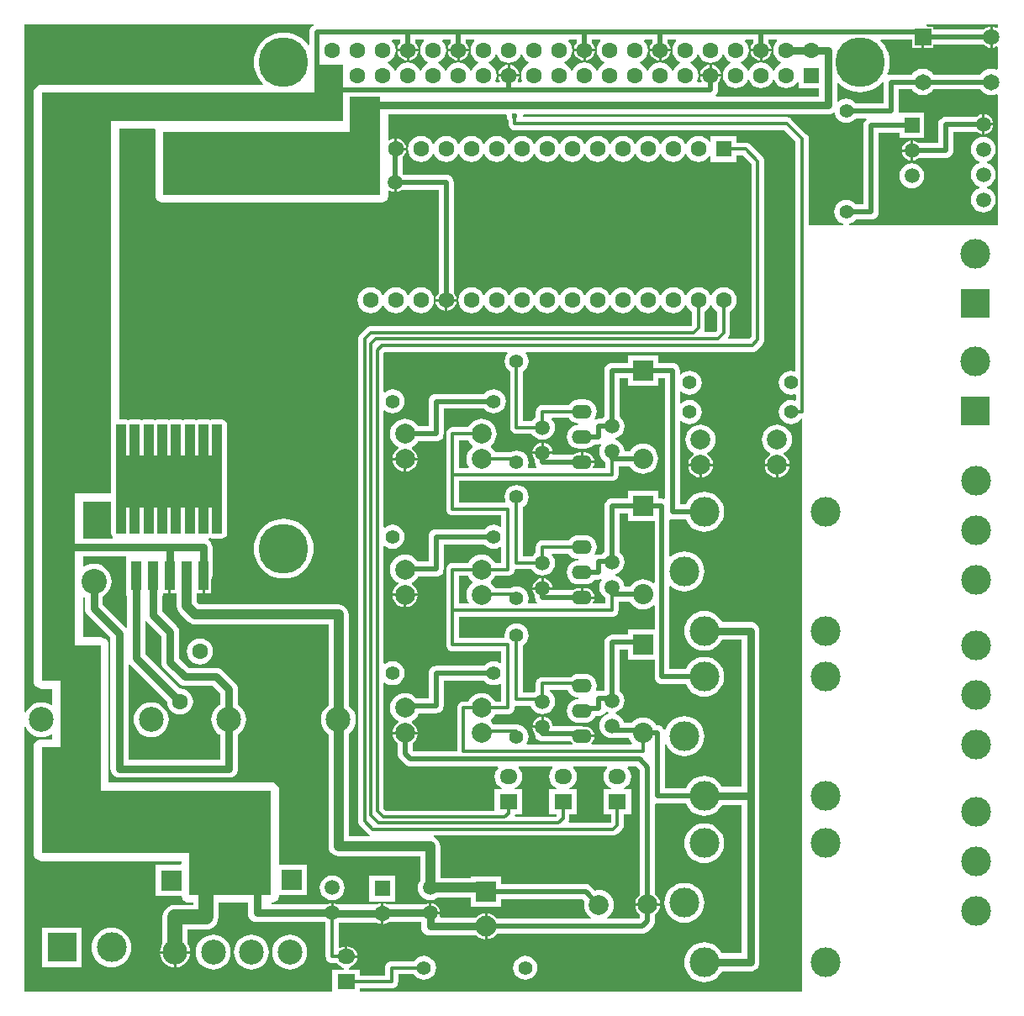
<source format=gtl>
G04 Layer_Physical_Order=1*
G04 Layer_Color=255*
%FSLAX25Y25*%
%MOIN*%
G70*
G01*
G75*
%ADD10R,0.03937X0.11811*%
%ADD11C,0.07874*%
%ADD12C,0.01968*%
%ADD13C,0.03150*%
%ADD14C,0.01181*%
%ADD15C,0.05905*%
%ADD16C,0.07874*%
%ADD17C,0.03937*%
%ADD18R,0.03839X0.43209*%
%ADD19R,0.41929X0.20866*%
%ADD20C,0.11811*%
%ADD21R,0.11811X0.11811*%
%ADD22R,0.11811X0.11811*%
%ADD23C,0.05905*%
%ADD24R,0.06500X0.06500*%
%ADD25C,0.06500*%
%ADD26R,0.05905X0.05905*%
%ADD27C,0.05512*%
%ADD28R,0.06299X0.06299*%
%ADD29C,0.06299*%
%ADD30C,0.08000*%
%ADD31R,0.08000X0.08000*%
%ADD32O,0.07874X0.05512*%
%ADD33O,0.07000X0.06000*%
%ADD34R,0.07000X0.06000*%
%ADD35R,0.10000X0.10000*%
%ADD36C,0.10000*%
%ADD37C,0.09842*%
%ADD38C,0.08268*%
%ADD39R,0.08268X0.08268*%
%ADD40R,0.08268X0.08268*%
%ADD41C,0.19685*%
%ADD42C,0.02362*%
G36*
X1451691Y1165293D02*
X1452511Y1164224D01*
X1453580Y1163403D01*
X1454825Y1162888D01*
X1456161Y1162712D01*
X1457498Y1162888D01*
X1458743Y1163403D01*
X1459812Y1164224D01*
X1460632Y1165293D01*
X1460891Y1165918D01*
X1461432D01*
X1461691Y1165293D01*
X1462511Y1164224D01*
X1463580Y1163403D01*
X1464205Y1163145D01*
Y1162603D01*
X1463580Y1162345D01*
X1462511Y1161524D01*
X1461691Y1160455D01*
X1461175Y1159210D01*
X1460999Y1157874D01*
X1461175Y1156538D01*
X1461691Y1155293D01*
X1462511Y1154224D01*
X1463580Y1153403D01*
X1464825Y1152888D01*
X1466161Y1152712D01*
X1467498Y1152888D01*
X1468742Y1153403D01*
X1469812Y1154224D01*
X1470632Y1155293D01*
X1470891Y1155918D01*
X1471432D01*
X1471691Y1155293D01*
X1472511Y1154224D01*
X1473580Y1153403D01*
X1474825Y1152888D01*
X1476161Y1152712D01*
X1477497Y1152888D01*
X1478743Y1153403D01*
X1479812Y1154224D01*
X1480632Y1155293D01*
X1480891Y1155918D01*
X1481432D01*
X1481691Y1155293D01*
X1482511Y1154224D01*
X1483580Y1153403D01*
X1484825Y1152888D01*
X1486161Y1152712D01*
X1487498Y1152888D01*
X1488743Y1153403D01*
X1489812Y1154224D01*
X1490543Y1155177D01*
X1491043Y1155043D01*
Y1152756D01*
X1499182D01*
Y1149538D01*
X1458410D01*
X1458240Y1150038D01*
X1458267Y1150059D01*
X1458741Y1150676D01*
X1459038Y1151394D01*
X1459140Y1152165D01*
Y1154939D01*
X1459786Y1155781D01*
X1460204Y1156791D01*
X1460281Y1157374D01*
X1456161D01*
X1452042D01*
X1452119Y1156791D01*
X1452537Y1155781D01*
X1452682Y1155592D01*
X1452461Y1155144D01*
X1451111D01*
X1450777Y1155644D01*
X1451148Y1156538D01*
X1451324Y1157874D01*
X1451148Y1159210D01*
X1450632Y1160455D01*
X1449812Y1161524D01*
X1448742Y1162345D01*
X1448118Y1162603D01*
Y1163145D01*
X1448742Y1163403D01*
X1449812Y1164224D01*
X1450632Y1165293D01*
X1450891Y1165918D01*
X1451432D01*
X1451691Y1165293D01*
D02*
G37*
G36*
X1563699Y1151495D02*
X1564789Y1150658D01*
X1566059Y1150132D01*
X1567421Y1149953D01*
X1568784Y1150132D01*
X1569553Y1150451D01*
X1570053Y1150117D01*
Y1098524D01*
X1511091D01*
X1511058Y1099024D01*
X1511174Y1099039D01*
X1512323Y1099515D01*
X1513310Y1100272D01*
X1513611Y1100663D01*
X1519783D01*
X1520554Y1100765D01*
X1521273Y1101062D01*
X1521889Y1101536D01*
X1522363Y1102153D01*
X1522660Y1102871D01*
X1522762Y1103642D01*
Y1135033D01*
X1531004D01*
Y1133090D01*
X1540847D01*
Y1142933D01*
X1531111D01*
X1530667Y1143293D01*
X1530734Y1143799D01*
Y1152238D01*
X1535963D01*
X1536534Y1151495D01*
X1537624Y1150658D01*
X1538894Y1150132D01*
X1540256Y1149953D01*
X1541618Y1150132D01*
X1542888Y1150658D01*
X1543978Y1151495D01*
X1544548Y1152238D01*
X1563129D01*
X1563699Y1151495D01*
D02*
G37*
G36*
X1456809Y1066021D02*
X1457629Y1064952D01*
X1458698Y1064132D01*
Y1056640D01*
X1458084Y1056026D01*
X1453906D01*
X1453613Y1056526D01*
X1453773Y1056911D01*
X1453861Y1057579D01*
Y1064132D01*
X1454930Y1064952D01*
X1455750Y1066021D01*
X1456009Y1066646D01*
X1456550D01*
X1456809Y1066021D01*
D02*
G37*
G36*
X1505294Y1142900D02*
X1505338Y1142566D01*
X1505814Y1141417D01*
X1506571Y1140430D01*
X1507558Y1139672D01*
X1508708Y1139196D01*
X1509941Y1139034D01*
X1511174Y1139196D01*
X1512323Y1139672D01*
X1513310Y1140430D01*
X1513611Y1140821D01*
X1517773D01*
X1517943Y1140321D01*
X1517677Y1140117D01*
X1517204Y1139501D01*
X1516907Y1138782D01*
X1516805Y1138011D01*
Y1106620D01*
X1513611D01*
X1513310Y1107011D01*
X1512323Y1107769D01*
X1511174Y1108245D01*
X1509941Y1108407D01*
X1508708Y1108245D01*
X1507558Y1107769D01*
X1506571Y1107011D01*
X1505814Y1106024D01*
X1505338Y1104875D01*
X1505176Y1103642D01*
X1505338Y1102408D01*
X1505814Y1101259D01*
X1506571Y1100272D01*
X1507558Y1099515D01*
X1508708Y1099039D01*
X1508824Y1099024D01*
X1508791Y1098524D01*
X1495002D01*
Y1132677D01*
X1494914Y1133345D01*
X1494657Y1133968D01*
X1494246Y1134502D01*
X1488242Y1140506D01*
X1487708Y1140916D01*
X1487085Y1141174D01*
X1486417Y1141262D01*
X1381999D01*
X1381669Y1141638D01*
X1381689Y1141788D01*
X1381645Y1142120D01*
X1382104Y1142466D01*
X1382677Y1142391D01*
X1502756D01*
X1503681Y1142513D01*
X1504543Y1142869D01*
X1504832Y1143091D01*
X1505294Y1142900D01*
D02*
G37*
G36*
X1524778Y1155069D02*
Y1146777D01*
X1513611D01*
X1513310Y1147169D01*
X1512323Y1147926D01*
X1511174Y1148402D01*
X1509941Y1148564D01*
X1508708Y1148402D01*
X1507558Y1147926D01*
X1506830Y1147367D01*
X1506330Y1147614D01*
Y1154650D01*
X1506799Y1154823D01*
X1506977Y1154615D01*
X1508391Y1153407D01*
X1509976Y1152436D01*
X1511693Y1151724D01*
X1513501Y1151290D01*
X1515354Y1151145D01*
X1517208Y1151290D01*
X1519015Y1151724D01*
X1520733Y1152436D01*
X1522318Y1153407D01*
X1523732Y1154615D01*
X1524308Y1155289D01*
X1524778Y1155069D01*
D02*
G37*
G36*
X1224409Y951476D02*
X1224773D01*
Y938981D01*
X1224444Y938869D01*
X1224333Y938854D01*
X1224273Y938853D01*
X1215188Y947937D01*
Y951194D01*
X1215504Y951363D01*
X1216566Y952234D01*
X1217436Y953295D01*
X1218083Y954505D01*
X1218482Y955819D01*
X1218616Y957185D01*
X1218482Y958551D01*
X1218083Y959865D01*
X1217436Y961075D01*
X1216566Y962136D01*
X1215504Y963007D01*
X1214294Y963654D01*
X1212980Y964053D01*
X1211614Y964187D01*
X1210248Y964053D01*
X1208934Y963654D01*
X1207909Y963106D01*
X1207409Y963352D01*
Y966997D01*
X1224409D01*
Y951476D01*
D02*
G37*
G36*
X1375735Y1047608D02*
X1375105Y1046788D01*
X1374629Y1045639D01*
X1374467Y1044405D01*
X1374629Y1043172D01*
X1375105Y1042023D01*
X1375863Y1041036D01*
X1376651Y1040431D01*
Y1018207D01*
X1376739Y1017540D01*
X1376997Y1016917D01*
X1377407Y1016382D01*
X1377942Y1015972D01*
X1378564Y1015714D01*
X1379232Y1015626D01*
X1385246D01*
X1385959Y1014698D01*
X1386987Y1013909D01*
X1388184Y1013413D01*
X1389468Y1013244D01*
X1390753Y1013413D01*
X1391950Y1013909D01*
X1392978Y1014698D01*
X1393767Y1015726D01*
X1394263Y1016923D01*
X1394432Y1018207D01*
X1394263Y1019492D01*
X1393767Y1020689D01*
X1393201Y1021427D01*
X1393448Y1021927D01*
X1399963D01*
X1400568Y1021138D01*
X1401554Y1020381D01*
X1402704Y1019905D01*
X1403805Y1019760D01*
Y1019256D01*
X1402704Y1019111D01*
X1401554Y1018635D01*
X1400568Y1017877D01*
X1399810Y1016891D01*
X1399334Y1015741D01*
X1399172Y1014508D01*
X1399334Y1013275D01*
X1399810Y1012125D01*
X1400568Y1011138D01*
X1401554Y1010381D01*
X1402704Y1009905D01*
X1403937Y1009743D01*
X1406299D01*
X1407533Y1009905D01*
X1408682Y1010381D01*
X1409669Y1011138D01*
X1409969Y1011530D01*
X1411713D01*
X1412483Y1011631D01*
X1412489Y1011633D01*
X1412804Y1011223D01*
X1412729Y1011125D01*
X1412233Y1009927D01*
X1412064Y1008643D01*
X1412233Y1007358D01*
X1412729Y1006161D01*
X1413518Y1005133D01*
X1414375Y1004475D01*
X1414446Y1004303D01*
Y1002089D01*
X1409743D01*
X1409521Y1002537D01*
X1409580Y1002614D01*
X1409958Y1003527D01*
X1410022Y1004008D01*
X1405118D01*
Y1004508D01*
X1404618D01*
Y1008296D01*
X1403937D01*
X1402956Y1008167D01*
X1402043Y1007789D01*
X1401649Y1007486D01*
X1393740D01*
X1393545Y1007708D01*
X1389468D01*
X1385548D01*
X1385618Y1007176D01*
X1386016Y1006214D01*
X1386490Y1005596D01*
Y1004508D01*
X1386592Y1003737D01*
X1386889Y1003019D01*
X1387219Y1002589D01*
X1386981Y1002089D01*
X1383902D01*
X1383624Y1002505D01*
X1383835Y1003015D01*
X1383997Y1004248D01*
X1383835Y1005481D01*
X1383359Y1006631D01*
X1382602Y1007617D01*
X1381615Y1008375D01*
X1380466Y1008851D01*
X1379232Y1009013D01*
X1377999Y1008851D01*
X1376850Y1008375D01*
X1376662Y1008231D01*
X1370671D01*
X1370288Y1008946D01*
X1369550Y1009846D01*
X1368963Y1010328D01*
Y1010972D01*
X1369550Y1011454D01*
X1370288Y1012353D01*
X1370837Y1013379D01*
X1371174Y1014492D01*
X1371288Y1015650D01*
X1371174Y1016807D01*
X1370837Y1017920D01*
X1370288Y1018946D01*
X1369550Y1019846D01*
X1368651Y1020584D01*
X1367625Y1021132D01*
X1366512Y1021470D01*
X1365354Y1021584D01*
X1364197Y1021470D01*
X1363083Y1021132D01*
X1362057Y1020584D01*
X1361158Y1019846D01*
X1360420Y1018946D01*
X1360038Y1018231D01*
X1353839D01*
X1353170Y1018143D01*
X1352548Y1017885D01*
X1352013Y1017475D01*
X1351603Y1016940D01*
X1351345Y1016318D01*
X1351258Y1015650D01*
Y999508D01*
Y985827D01*
X1351345Y985159D01*
X1351603Y984536D01*
X1352013Y984002D01*
X1352548Y983591D01*
X1353170Y983334D01*
X1353839Y983246D01*
X1373206D01*
Y978999D01*
X1372758Y978778D01*
X1372560Y978930D01*
X1371410Y979406D01*
X1370177Y979568D01*
X1368944Y979406D01*
X1367795Y978930D01*
X1366808Y978173D01*
X1366508Y977781D01*
X1347342D01*
X1346572Y977680D01*
X1345853Y977382D01*
X1345237Y976909D01*
X1344763Y976292D01*
X1344466Y975574D01*
X1344364Y974803D01*
Y964888D01*
X1340091D01*
X1339973Y965108D01*
X1339235Y966007D01*
X1338336Y966745D01*
X1337310Y967293D01*
X1336197Y967631D01*
X1335039Y967745D01*
X1333882Y967631D01*
X1332769Y967293D01*
X1331743Y966745D01*
X1330843Y966007D01*
X1330105Y965108D01*
X1329557Y964082D01*
X1329219Y962969D01*
X1329105Y961811D01*
X1329219Y960653D01*
X1329557Y959540D01*
X1330105Y958514D01*
X1330843Y957615D01*
X1331743Y956877D01*
X1332334Y956561D01*
X1332355Y956517D01*
X1332362Y955979D01*
X1331518Y955332D01*
X1330727Y954301D01*
X1330229Y953100D01*
X1330126Y952311D01*
X1339953D01*
X1339849Y953100D01*
X1339352Y954301D01*
X1338560Y955332D01*
X1337717Y955979D01*
X1337723Y956517D01*
X1337745Y956561D01*
X1338336Y956877D01*
X1339235Y957615D01*
X1339973Y958514D01*
X1340196Y958931D01*
X1347342D01*
X1348113Y959033D01*
X1348832Y959330D01*
X1349448Y959803D01*
X1349922Y960420D01*
X1350219Y961139D01*
X1350321Y961909D01*
Y971825D01*
X1366508D01*
X1366808Y971434D01*
X1367795Y970676D01*
X1368944Y970200D01*
X1370177Y970038D01*
X1371410Y970200D01*
X1372560Y970676D01*
X1372758Y970828D01*
X1373206Y970607D01*
Y964392D01*
X1370671D01*
X1370288Y965108D01*
X1369550Y966007D01*
X1368651Y966745D01*
X1367625Y967293D01*
X1366512Y967631D01*
X1365354Y967745D01*
X1364197Y967631D01*
X1363083Y967293D01*
X1362057Y966745D01*
X1361158Y966007D01*
X1360420Y965108D01*
X1360038Y964392D01*
X1353839D01*
X1353170Y964304D01*
X1352548Y964046D01*
X1352013Y963636D01*
X1351603Y963102D01*
X1351345Y962479D01*
X1351258Y961811D01*
Y945669D01*
Y931988D01*
X1351345Y931320D01*
X1351603Y930698D01*
X1352013Y930163D01*
X1352548Y929753D01*
X1353170Y929495D01*
X1353839Y929407D01*
X1373206D01*
Y924865D01*
X1372758Y924644D01*
X1372560Y924796D01*
X1371410Y925272D01*
X1370177Y925434D01*
X1368944Y925272D01*
X1367795Y924796D01*
X1366808Y924039D01*
X1366508Y923647D01*
X1347342D01*
X1346572Y923546D01*
X1345853Y923248D01*
X1345237Y922775D01*
X1344763Y922158D01*
X1344466Y921440D01*
X1344364Y920669D01*
Y910754D01*
X1339508D01*
X1339235Y911086D01*
X1338336Y911824D01*
X1337310Y912372D01*
X1336197Y912710D01*
X1335039Y912824D01*
X1333882Y912710D01*
X1332769Y912372D01*
X1331743Y911824D01*
X1330843Y911086D01*
X1330105Y910187D01*
X1329557Y909161D01*
X1329219Y908047D01*
X1329105Y906890D01*
X1329219Y905732D01*
X1329557Y904619D01*
X1330105Y903593D01*
X1330843Y902694D01*
X1331743Y901956D01*
X1332334Y901640D01*
X1332355Y901596D01*
X1332362Y901058D01*
X1331518Y900411D01*
X1330727Y899380D01*
X1330229Y898179D01*
X1330126Y897390D01*
X1339953D01*
X1339849Y898179D01*
X1339352Y899380D01*
X1338560Y900411D01*
X1337717Y901058D01*
X1337723Y901596D01*
X1337745Y901640D01*
X1338336Y901956D01*
X1339235Y902694D01*
X1339973Y903593D01*
X1340522Y904619D01*
X1340576Y904797D01*
X1347342D01*
X1348113Y904899D01*
X1348832Y905196D01*
X1349448Y905670D01*
X1349922Y906287D01*
X1350219Y907005D01*
X1350321Y907776D01*
Y917691D01*
X1366508D01*
X1366808Y917300D01*
X1367795Y916543D01*
X1368944Y916066D01*
X1370177Y915904D01*
X1371410Y916066D01*
X1372560Y916543D01*
X1372758Y916695D01*
X1373206Y916473D01*
Y909471D01*
X1370671D01*
X1370288Y910187D01*
X1369550Y911086D01*
X1368651Y911824D01*
X1367625Y912372D01*
X1366512Y912710D01*
X1365354Y912824D01*
X1364197Y912710D01*
X1363083Y912372D01*
X1362057Y911824D01*
X1361158Y911086D01*
X1360420Y910187D01*
X1360038Y909471D01*
X1358169D01*
X1357501Y909383D01*
X1356879Y909125D01*
X1356344Y908715D01*
X1355934Y908180D01*
X1355676Y907558D01*
X1355588Y906890D01*
Y889862D01*
X1355352Y889592D01*
X1338438D01*
X1338018Y890013D01*
Y892952D01*
X1338560Y893369D01*
X1339352Y894400D01*
X1339849Y895601D01*
X1339953Y896390D01*
X1330126D01*
X1330229Y895601D01*
X1330727Y894400D01*
X1331518Y893369D01*
X1332061Y892952D01*
Y888780D01*
X1332163Y888009D01*
X1332460Y887290D01*
X1332933Y886674D01*
X1335099Y884508D01*
X1335099Y884508D01*
X1335716Y884035D01*
X1336434Y883737D01*
X1337205Y883636D01*
X1337205Y883636D01*
X1371796D01*
X1371904Y883319D01*
X1371930Y883136D01*
X1371144Y882112D01*
X1370644Y880903D01*
X1370473Y879606D01*
X1370644Y878309D01*
X1371144Y877101D01*
X1371941Y876063D01*
X1372979Y875266D01*
X1373441Y875075D01*
X1373341Y874575D01*
X1370516D01*
Y866164D01*
X1327447D01*
X1326499Y867112D01*
Y916786D01*
X1326999Y917033D01*
X1327637Y916543D01*
X1328786Y916066D01*
X1330020Y915904D01*
X1331253Y916066D01*
X1332402Y916543D01*
X1333389Y917300D01*
X1334146Y918287D01*
X1334622Y919436D01*
X1334785Y920669D01*
X1334622Y921903D01*
X1334146Y923052D01*
X1333389Y924039D01*
X1332402Y924796D01*
X1331253Y925272D01*
X1330020Y925434D01*
X1328786Y925272D01*
X1327637Y924796D01*
X1326999Y924306D01*
X1326499Y924553D01*
Y970920D01*
X1326999Y971166D01*
X1327637Y970676D01*
X1328786Y970200D01*
X1330020Y970038D01*
X1331253Y970200D01*
X1332402Y970676D01*
X1333389Y971434D01*
X1334146Y972421D01*
X1334622Y973570D01*
X1334785Y974803D01*
X1334622Y976036D01*
X1334146Y977186D01*
X1333389Y978173D01*
X1332402Y978930D01*
X1331253Y979406D01*
X1330020Y979568D01*
X1328786Y979406D01*
X1327637Y978930D01*
X1326999Y978440D01*
X1326499Y978686D01*
Y1024660D01*
X1326999Y1024907D01*
X1327637Y1024417D01*
X1328786Y1023940D01*
X1330020Y1023778D01*
X1331253Y1023940D01*
X1332402Y1024417D01*
X1333389Y1025174D01*
X1334146Y1026161D01*
X1334622Y1027310D01*
X1334785Y1028543D01*
X1334622Y1029777D01*
X1334146Y1030926D01*
X1333389Y1031913D01*
X1332402Y1032670D01*
X1331253Y1033146D01*
X1330020Y1033309D01*
X1328786Y1033146D01*
X1327637Y1032670D01*
X1326999Y1032180D01*
X1326499Y1032427D01*
Y1047651D01*
X1326955Y1048108D01*
X1375515D01*
X1375735Y1047608D01*
D02*
G37*
G36*
X1371691Y1165293D02*
X1372511Y1164224D01*
X1373580Y1163403D01*
X1374825Y1162888D01*
X1376161Y1162712D01*
X1377497Y1162888D01*
X1378743Y1163403D01*
X1379812Y1164224D01*
X1380632Y1165293D01*
X1380891Y1165918D01*
X1381432D01*
X1381691Y1165293D01*
X1382511Y1164224D01*
X1383580Y1163403D01*
X1384205Y1163145D01*
Y1162603D01*
X1383580Y1162345D01*
X1382511Y1161524D01*
X1381691Y1160455D01*
X1381175Y1159210D01*
X1380999Y1157874D01*
X1381175Y1156538D01*
X1381546Y1155644D01*
X1381211Y1155144D01*
X1379862D01*
X1379641Y1155592D01*
X1379786Y1155781D01*
X1380204Y1156791D01*
X1380281Y1157374D01*
X1376161D01*
X1372042D01*
X1372119Y1156791D01*
X1372537Y1155781D01*
X1372682Y1155592D01*
X1372461Y1155144D01*
X1371111D01*
X1370777Y1155644D01*
X1371148Y1156538D01*
X1371324Y1157874D01*
X1371148Y1159210D01*
X1370632Y1160455D01*
X1369812Y1161524D01*
X1368742Y1162345D01*
X1368118Y1162603D01*
Y1163145D01*
X1368742Y1163403D01*
X1369812Y1164224D01*
X1370632Y1165293D01*
X1370891Y1165918D01*
X1371432D01*
X1371691Y1165293D01*
D02*
G37*
G36*
X1437967Y990194D02*
X1437467Y989854D01*
X1436909Y989927D01*
X1435332D01*
Y992917D01*
X1423395D01*
Y990026D01*
X1417027D01*
X1416257Y989924D01*
X1415538Y989627D01*
X1414922Y989153D01*
X1414448Y988536D01*
X1414151Y987818D01*
X1414049Y987047D01*
Y968722D01*
X1413518Y968314D01*
X1413185Y967881D01*
X1411713D01*
X1410942Y967779D01*
X1410539Y967612D01*
X1410224Y968023D01*
X1410426Y968287D01*
X1410902Y969436D01*
X1411064Y970669D01*
X1410902Y971903D01*
X1410426Y973052D01*
X1409669Y974039D01*
X1408682Y974796D01*
X1407533Y975272D01*
X1406299Y975434D01*
X1403937D01*
X1402704Y975272D01*
X1401554Y974796D01*
X1400568Y974039D01*
X1400038Y973349D01*
X1389468D01*
X1388800Y973261D01*
X1388178Y973003D01*
X1387643Y972593D01*
X1387233Y972058D01*
X1386975Y971436D01*
X1386887Y970768D01*
Y968591D01*
X1385959Y967879D01*
X1385322Y967048D01*
X1381813D01*
Y986592D01*
X1382602Y987197D01*
X1383359Y988184D01*
X1383835Y989334D01*
X1383997Y990567D01*
X1383835Y991800D01*
X1383359Y992949D01*
X1382602Y993936D01*
X1381615Y994694D01*
X1380466Y995170D01*
X1379232Y995332D01*
X1377999Y995170D01*
X1376850Y994694D01*
X1375863Y993936D01*
X1375105Y992949D01*
X1374629Y991800D01*
X1374467Y990567D01*
X1374629Y989334D01*
X1374841Y988824D01*
X1374563Y988408D01*
X1356420D01*
Y996927D01*
X1417027D01*
X1417696Y997015D01*
X1418318Y997273D01*
X1418853Y997683D01*
X1419263Y998217D01*
X1419521Y998840D01*
X1419609Y999508D01*
Y1002809D01*
X1424188D01*
X1424377Y1002455D01*
X1425123Y1001547D01*
X1426031Y1000801D01*
X1427068Y1000247D01*
X1428193Y999905D01*
X1429363Y999790D01*
X1430534Y999905D01*
X1431658Y1000247D01*
X1432695Y1000801D01*
X1433604Y1001547D01*
X1434350Y1002455D01*
X1434904Y1003492D01*
X1435246Y1004617D01*
X1435361Y1005787D01*
X1435246Y1006957D01*
X1434904Y1008082D01*
X1434350Y1009119D01*
X1433604Y1010028D01*
X1432695Y1010774D01*
X1431658Y1011328D01*
X1430534Y1011670D01*
X1429363Y1011785D01*
X1428193Y1011670D01*
X1427068Y1011328D01*
X1426031Y1010774D01*
X1425123Y1010028D01*
X1424377Y1009119D01*
X1424188Y1008766D01*
X1421975D01*
X1421822Y1009927D01*
X1421326Y1011125D01*
X1420537Y1012153D01*
X1419509Y1012941D01*
X1418436Y1013386D01*
X1418436Y1013387D01*
Y1013899D01*
X1418436Y1013899D01*
X1419509Y1014344D01*
X1420537Y1015133D01*
X1421326Y1016161D01*
X1421822Y1017358D01*
X1421991Y1018643D01*
X1421822Y1019928D01*
X1421326Y1021125D01*
X1420537Y1022153D01*
X1420006Y1022561D01*
Y1037809D01*
X1423395D01*
Y1034819D01*
X1435332D01*
Y1037809D01*
X1437967D01*
Y990194D01*
D02*
G37*
G36*
X1232512Y941272D02*
X1238257Y935528D01*
Y925197D01*
X1238379Y924272D01*
X1238736Y923410D01*
X1239304Y922670D01*
X1245209Y916764D01*
X1245949Y916196D01*
X1246811Y915839D01*
X1247736Y915718D01*
X1258657D01*
X1261584Y912791D01*
Y908218D01*
X1261213Y908020D01*
X1260164Y907159D01*
X1259303Y906110D01*
X1258663Y904913D01*
X1258269Y903614D01*
X1258136Y902264D01*
X1258269Y900913D01*
X1258663Y899614D01*
X1259303Y898417D01*
X1260164Y897368D01*
X1261213Y896507D01*
X1261584Y896309D01*
Y886448D01*
X1225326D01*
Y924208D01*
X1225696Y924334D01*
X1225826Y924337D01*
X1240618Y909544D01*
X1240606Y909449D01*
X1240781Y908113D01*
X1241297Y906868D01*
X1242117Y905799D01*
X1243187Y904978D01*
X1244432Y904463D01*
X1245768Y904287D01*
X1247104Y904463D01*
X1248349Y904978D01*
X1249418Y905799D01*
X1250238Y906868D01*
X1250754Y908113D01*
X1250930Y909449D01*
X1250754Y910785D01*
X1250238Y912030D01*
X1249418Y913099D01*
X1248349Y913920D01*
X1247104Y914435D01*
X1245768Y914611D01*
X1245672Y914598D01*
X1231920Y928350D01*
Y941222D01*
X1232420Y941392D01*
X1232512Y941272D01*
D02*
G37*
G36*
X1325197Y1110433D02*
X1239173D01*
Y1135433D01*
X1313091D01*
Y1149311D01*
X1325197D01*
Y1110433D01*
D02*
G37*
G36*
X1375378Y1142113D02*
X1375335Y1141788D01*
X1375444Y1140966D01*
X1375761Y1140200D01*
X1375931Y1139978D01*
Y1138712D01*
X1376019Y1138044D01*
X1376277Y1137422D01*
X1376687Y1136887D01*
X1376718Y1136856D01*
X1377253Y1136446D01*
X1377875Y1136188D01*
X1378543Y1136100D01*
X1485348D01*
X1489840Y1131608D01*
Y1040815D01*
X1489340Y1040481D01*
X1489225Y1040528D01*
X1487992Y1040690D01*
X1486759Y1040528D01*
X1485610Y1040052D01*
X1484623Y1039295D01*
X1483865Y1038308D01*
X1483389Y1037158D01*
X1483227Y1035925D01*
X1483389Y1034692D01*
X1483865Y1033543D01*
X1484623Y1032556D01*
X1485610Y1031798D01*
X1486759Y1031322D01*
X1487992Y1031160D01*
X1489225Y1031322D01*
X1489523Y1031446D01*
X1489939Y1031168D01*
Y1029068D01*
X1489523Y1028791D01*
X1489225Y1028914D01*
X1487992Y1029076D01*
X1486759Y1028914D01*
X1485610Y1028438D01*
X1484623Y1027680D01*
X1483865Y1026694D01*
X1483389Y1025544D01*
X1483227Y1024311D01*
X1483389Y1023078D01*
X1483865Y1021928D01*
X1484623Y1020942D01*
X1485610Y1020184D01*
X1486759Y1019708D01*
X1487992Y1019546D01*
X1489225Y1019708D01*
X1490375Y1020184D01*
X1491362Y1020942D01*
X1491967Y1021730D01*
X1492520D01*
X1492520Y1021730D01*
Y794317D01*
X1317083D01*
Y795667D01*
X1329724D01*
X1330392Y795755D01*
X1331015Y796013D01*
X1331549Y796423D01*
X1331960Y796957D01*
X1332218Y797580D01*
X1332306Y798248D01*
Y801257D01*
X1338545D01*
X1339150Y800469D01*
X1340137Y799712D01*
X1341286Y799236D01*
X1342520Y799073D01*
X1343753Y799236D01*
X1344902Y799712D01*
X1345889Y800469D01*
X1346646Y801456D01*
X1347122Y802605D01*
X1347285Y803839D01*
X1347122Y805072D01*
X1346646Y806221D01*
X1345889Y807208D01*
X1344902Y807965D01*
X1343753Y808441D01*
X1342520Y808604D01*
X1341286Y808441D01*
X1340137Y807965D01*
X1339150Y807208D01*
X1338545Y806420D01*
X1329724D01*
X1329056Y806332D01*
X1328434Y806074D01*
X1327899Y805664D01*
X1327489Y805129D01*
X1327231Y804507D01*
X1327143Y803839D01*
Y800829D01*
X1317083D01*
Y803216D01*
X1312787D01*
X1312687Y803716D01*
X1313003Y803847D01*
X1313538Y804257D01*
X1313820Y804625D01*
X1314131Y804754D01*
X1314967Y805395D01*
X1315608Y806231D01*
X1316011Y807204D01*
X1316083Y807748D01*
X1311614D01*
Y808248D01*
X1311114D01*
Y812282D01*
X1310070Y812145D01*
X1309184Y811778D01*
X1308683Y811982D01*
Y821751D01*
X1323827D01*
X1323893Y821700D01*
X1324903Y821282D01*
X1325486Y821205D01*
Y825324D01*
Y829444D01*
X1324903Y829367D01*
X1323893Y828949D01*
X1323827Y828898D01*
X1308242D01*
X1308096Y829011D01*
X1307134Y829409D01*
X1306602Y829479D01*
Y825558D01*
X1305602D01*
Y829479D01*
X1305070Y829409D01*
X1304401Y829132D01*
X1282174D01*
X1282141Y829632D01*
X1282712Y829707D01*
X1283478Y830024D01*
X1284136Y830529D01*
X1284641Y831187D01*
X1284958Y831953D01*
X1285041Y832579D01*
X1296161D01*
Y844783D01*
X1285067D01*
Y874213D01*
X1284958Y875035D01*
X1284641Y875801D01*
X1284136Y876459D01*
X1283478Y876964D01*
X1282712Y877281D01*
X1281890Y877389D01*
X1217547D01*
Y931791D01*
X1217439Y932614D01*
X1217121Y933380D01*
X1216616Y934038D01*
X1215958Y934542D01*
X1215192Y934860D01*
X1214370Y934968D01*
X1207409D01*
Y950576D01*
X1207909Y950853D01*
X1208040Y950771D01*
Y946457D01*
X1208162Y945532D01*
X1208519Y944670D01*
X1209087Y943930D01*
X1218178Y934839D01*
Y882874D01*
X1218300Y881949D01*
X1218657Y881087D01*
X1219225Y880347D01*
X1219965Y879779D01*
X1220827Y879422D01*
X1221752Y879300D01*
X1265158D01*
X1266082Y879422D01*
X1266944Y879779D01*
X1267685Y880347D01*
X1268252Y881087D01*
X1268610Y881949D01*
X1268731Y882874D01*
Y896414D01*
X1268905Y896507D01*
X1269954Y897368D01*
X1270815Y898417D01*
X1271455Y899614D01*
X1271849Y900913D01*
X1271982Y902264D01*
X1271849Y903614D01*
X1271455Y904913D01*
X1270815Y906110D01*
X1269954Y907159D01*
X1268905Y908020D01*
X1268731Y908113D01*
Y914272D01*
X1268610Y915197D01*
X1268252Y916059D01*
X1267685Y916799D01*
X1262665Y921818D01*
X1261925Y922386D01*
X1261063Y922743D01*
X1260138Y922865D01*
X1249217D01*
X1245405Y926677D01*
Y937008D01*
X1245283Y937933D01*
X1244926Y938795D01*
X1244358Y939535D01*
X1238613Y945280D01*
Y951476D01*
X1238976D01*
Y952445D01*
X1241232D01*
Y959350D01*
X1242232D01*
Y952445D01*
X1244454D01*
Y947342D01*
X1244590Y946315D01*
X1244986Y945357D01*
X1245617Y944535D01*
X1248964Y941188D01*
X1249786Y940557D01*
X1250744Y940160D01*
X1251772Y940025D01*
X1304690D01*
Y907999D01*
X1303668Y907159D01*
X1302807Y906110D01*
X1302167Y904913D01*
X1301773Y903614D01*
X1301640Y902264D01*
X1301773Y900913D01*
X1302167Y899614D01*
X1302807Y898417D01*
X1303668Y897368D01*
X1304690Y896529D01*
Y852067D01*
X1304826Y851039D01*
X1305223Y850081D01*
X1305853Y849259D01*
X1306676Y848628D01*
X1307634Y848231D01*
X1308661Y848096D01*
X1341009D01*
Y838467D01*
X1340682Y838040D01*
X1340186Y836843D01*
X1340017Y835558D01*
X1340186Y834273D01*
X1340682Y833076D01*
X1341470Y832048D01*
X1342498Y831259D01*
X1343696Y830763D01*
X1344980Y830594D01*
X1346265Y830763D01*
X1347462Y831259D01*
X1347889Y831587D01*
X1361024D01*
Y827953D01*
X1373228D01*
Y831077D01*
X1405361D01*
X1406194Y830243D01*
X1406089Y829898D01*
X1405975Y828740D01*
X1406089Y827582D01*
X1406427Y826469D01*
X1406975Y825443D01*
X1407713Y824544D01*
X1408613Y823806D01*
X1408711Y823754D01*
X1408585Y823254D01*
X1371312D01*
X1370788Y823937D01*
X1369715Y824760D01*
X1368466Y825277D01*
X1367626Y825388D01*
Y820275D01*
Y815163D01*
X1368466Y815274D01*
X1369715Y815791D01*
X1370788Y816614D01*
X1371312Y817297D01*
X1429035D01*
X1429806Y817399D01*
X1430525Y817696D01*
X1431141Y818170D01*
X1433307Y820335D01*
X1433780Y820952D01*
X1434077Y821670D01*
X1434179Y822441D01*
Y824999D01*
X1434722Y825416D01*
X1435513Y826447D01*
X1436011Y827648D01*
X1436115Y828437D01*
X1426287D01*
X1426391Y827648D01*
X1426888Y826447D01*
X1427680Y825416D01*
X1428223Y824999D01*
Y823675D01*
X1427802Y823254D01*
X1415234D01*
X1415108Y823754D01*
X1415206Y823806D01*
X1416105Y824544D01*
X1416844Y825443D01*
X1417392Y826469D01*
X1417729Y827582D01*
X1417844Y828740D01*
X1417729Y829898D01*
X1417392Y831011D01*
X1416844Y832037D01*
X1416105Y832936D01*
X1415206Y833674D01*
X1414180Y834223D01*
X1413067Y834560D01*
X1411909Y834674D01*
X1410752Y834560D01*
X1410406Y834455D01*
X1408700Y836161D01*
X1408084Y836634D01*
X1407365Y836932D01*
X1406594Y837033D01*
X1373228D01*
Y840158D01*
X1361024D01*
Y839529D01*
X1348951D01*
Y852067D01*
X1348816Y853095D01*
X1348419Y854052D01*
X1347788Y854875D01*
X1346966Y855506D01*
X1346311Y855777D01*
X1346410Y856277D01*
X1417520D01*
X1418188Y856365D01*
X1418810Y856623D01*
X1419345Y857033D01*
X1421018Y858706D01*
X1421428Y859241D01*
X1421686Y859863D01*
X1421774Y860532D01*
Y864638D01*
X1424661D01*
Y874575D01*
X1421836D01*
X1421736Y875075D01*
X1422199Y875266D01*
X1423236Y876063D01*
X1424033Y877101D01*
X1424533Y878309D01*
X1424704Y879606D01*
X1424533Y880903D01*
X1424033Y882112D01*
X1423247Y883136D01*
X1423273Y883319D01*
X1423381Y883636D01*
X1426818D01*
X1428223Y882231D01*
Y832875D01*
X1427680Y832458D01*
X1426888Y831427D01*
X1426391Y830226D01*
X1426287Y829437D01*
X1436115D01*
X1436011Y830226D01*
X1435513Y831427D01*
X1434722Y832458D01*
X1434179Y832875D01*
Y868746D01*
X1434679Y869129D01*
X1435138Y869069D01*
X1446317D01*
X1446332Y869019D01*
X1447063Y867651D01*
X1448047Y866453D01*
X1449246Y865469D01*
X1450614Y864737D01*
X1452098Y864287D01*
X1453642Y864135D01*
X1455185Y864287D01*
X1456670Y864737D01*
X1458037Y865469D01*
X1459236Y866453D01*
X1460220Y867651D01*
X1460660Y868473D01*
X1468375D01*
Y809578D01*
X1460660D01*
X1460220Y810400D01*
X1459236Y811599D01*
X1458037Y812583D01*
X1456670Y813314D01*
X1455185Y813764D01*
X1453642Y813916D01*
X1452098Y813764D01*
X1450614Y813314D01*
X1449246Y812583D01*
X1448047Y811599D01*
X1447063Y810400D01*
X1446332Y809032D01*
X1445882Y807547D01*
X1445730Y806004D01*
X1445882Y804460D01*
X1446332Y802976D01*
X1447063Y801608D01*
X1448047Y800409D01*
X1449246Y799425D01*
X1450614Y798694D01*
X1452098Y798244D01*
X1453642Y798092D01*
X1455185Y798244D01*
X1456670Y798694D01*
X1458037Y799425D01*
X1459236Y800409D01*
X1460220Y801608D01*
X1460660Y802430D01*
X1471949D01*
X1472874Y802552D01*
X1473736Y802909D01*
X1474476Y803477D01*
X1475044Y804217D01*
X1475401Y805079D01*
X1475523Y806004D01*
Y872047D01*
Y937500D01*
X1475401Y938425D01*
X1475044Y939287D01*
X1474476Y940027D01*
X1473736Y940595D01*
X1472874Y940952D01*
X1471949Y941074D01*
X1460660D01*
X1460220Y941896D01*
X1459236Y943095D01*
X1458037Y944079D01*
X1456670Y944810D01*
X1455185Y945260D01*
X1453642Y945412D01*
X1452098Y945260D01*
X1450614Y944810D01*
X1449246Y944079D01*
X1448047Y943095D01*
X1447063Y941896D01*
X1446332Y940528D01*
X1445882Y939044D01*
X1445730Y937500D01*
X1445882Y935956D01*
X1446332Y934472D01*
X1447063Y933104D01*
X1448047Y931905D01*
X1449246Y930921D01*
X1450614Y930190D01*
X1452098Y929740D01*
X1453642Y929588D01*
X1455185Y929740D01*
X1456670Y930190D01*
X1458037Y930921D01*
X1459236Y931905D01*
X1460220Y933104D01*
X1460660Y933926D01*
X1468375D01*
Y875621D01*
X1460660D01*
X1460220Y876443D01*
X1459236Y877642D01*
X1458037Y878626D01*
X1456670Y879357D01*
X1455185Y879807D01*
X1453642Y879959D01*
X1452098Y879807D01*
X1450614Y879357D01*
X1449246Y878626D01*
X1448047Y877642D01*
X1447063Y876443D01*
X1446332Y875075D01*
X1446317Y875025D01*
X1438116D01*
Y892220D01*
X1438616Y892346D01*
X1439189Y891273D01*
X1440173Y890075D01*
X1441372Y889091D01*
X1442740Y888359D01*
X1444224Y887909D01*
X1445768Y887757D01*
X1447311Y887909D01*
X1448796Y888359D01*
X1450163Y889091D01*
X1451362Y890075D01*
X1452346Y891273D01*
X1453078Y892641D01*
X1453528Y894126D01*
X1453680Y895669D01*
X1453528Y897213D01*
X1453078Y898697D01*
X1452346Y900065D01*
X1451362Y901264D01*
X1450163Y902248D01*
X1448796Y902979D01*
X1447311Y903429D01*
X1445768Y903581D01*
X1444224Y903429D01*
X1442740Y902979D01*
X1441372Y902248D01*
X1440173Y901264D01*
X1439189Y900065D01*
X1438458Y898697D01*
X1438342Y898315D01*
X1437811Y898289D01*
X1437717Y898517D01*
X1437244Y899133D01*
X1436627Y899607D01*
X1435909Y899904D01*
X1435138Y900006D01*
X1434539D01*
X1434350Y900360D01*
X1433604Y901268D01*
X1432695Y902014D01*
X1431658Y902568D01*
X1430534Y902910D01*
X1429363Y903025D01*
X1428193Y902910D01*
X1427068Y902568D01*
X1426031Y902014D01*
X1425123Y901268D01*
X1424813Y900892D01*
X1421859D01*
X1421822Y901168D01*
X1421326Y902365D01*
X1420537Y903393D01*
X1419509Y904182D01*
X1418436Y904626D01*
X1418436Y904627D01*
Y905139D01*
X1418436Y905140D01*
X1419509Y905584D01*
X1420537Y906373D01*
X1421326Y907401D01*
X1421822Y908598D01*
X1421991Y909883D01*
X1421822Y911168D01*
X1421326Y912365D01*
X1420537Y913393D01*
X1420006Y913801D01*
Y929935D01*
X1423395D01*
Y926059D01*
X1433931D01*
Y919291D01*
X1434033Y918521D01*
X1434330Y917802D01*
X1434803Y917185D01*
X1435420Y916712D01*
X1436139Y916415D01*
X1436909Y916313D01*
X1446317D01*
X1446332Y916263D01*
X1447063Y914896D01*
X1448047Y913697D01*
X1449246Y912713D01*
X1450614Y911981D01*
X1452098Y911531D01*
X1453642Y911379D01*
X1455185Y911531D01*
X1456670Y911981D01*
X1458037Y912713D01*
X1459236Y913697D01*
X1460220Y914896D01*
X1460952Y916263D01*
X1461402Y917748D01*
X1461554Y919291D01*
X1461402Y920835D01*
X1460952Y922319D01*
X1460220Y923687D01*
X1459236Y924886D01*
X1458037Y925870D01*
X1456670Y926601D01*
X1455185Y927051D01*
X1453642Y927203D01*
X1452098Y927051D01*
X1450614Y926601D01*
X1449246Y925870D01*
X1448047Y924886D01*
X1447063Y923687D01*
X1446332Y922319D01*
X1446317Y922270D01*
X1439888D01*
Y955115D01*
X1440388Y955351D01*
X1441372Y954543D01*
X1442740Y953812D01*
X1444224Y953362D01*
X1445768Y953210D01*
X1447311Y953362D01*
X1448796Y953812D01*
X1450163Y954543D01*
X1451362Y955527D01*
X1452346Y956726D01*
X1453078Y958094D01*
X1453528Y959579D01*
X1453680Y961122D01*
X1453528Y962666D01*
X1453078Y964150D01*
X1452346Y965518D01*
X1451362Y966717D01*
X1450163Y967701D01*
X1448796Y968432D01*
X1447311Y968882D01*
X1445768Y969034D01*
X1444224Y968882D01*
X1442740Y968432D01*
X1441372Y967701D01*
X1440388Y966893D01*
X1439888Y967129D01*
Y981499D01*
X1440388Y981839D01*
X1440945Y981766D01*
X1446317D01*
X1446332Y981716D01*
X1447063Y980348D01*
X1448047Y979149D01*
X1449246Y978165D01*
X1450614Y977434D01*
X1452098Y976984D01*
X1453642Y976832D01*
X1455185Y976984D01*
X1456670Y977434D01*
X1458037Y978165D01*
X1459236Y979149D01*
X1460220Y980348D01*
X1460952Y981716D01*
X1461402Y983200D01*
X1461554Y984744D01*
X1461402Y986288D01*
X1460952Y987772D01*
X1460220Y989140D01*
X1459236Y990339D01*
X1458037Y991323D01*
X1456670Y992054D01*
X1455185Y992504D01*
X1453642Y992656D01*
X1452098Y992504D01*
X1450614Y992054D01*
X1449246Y991323D01*
X1448047Y990339D01*
X1447063Y989140D01*
X1446332Y987772D01*
X1446317Y987722D01*
X1443923D01*
Y1020870D01*
X1444397Y1021031D01*
X1444465Y1020942D01*
X1445452Y1020184D01*
X1446601Y1019708D01*
X1447835Y1019546D01*
X1449068Y1019708D01*
X1450217Y1020184D01*
X1451204Y1020942D01*
X1451961Y1021928D01*
X1452437Y1023078D01*
X1452600Y1024311D01*
X1452437Y1025544D01*
X1451961Y1026694D01*
X1451204Y1027680D01*
X1450217Y1028438D01*
X1449068Y1028914D01*
X1447835Y1029076D01*
X1446601Y1028914D01*
X1445452Y1028438D01*
X1444465Y1027680D01*
X1444397Y1027591D01*
X1443923Y1027752D01*
Y1032484D01*
X1444397Y1032645D01*
X1444465Y1032556D01*
X1445452Y1031798D01*
X1446601Y1031322D01*
X1447835Y1031160D01*
X1449068Y1031322D01*
X1450217Y1031798D01*
X1451204Y1032556D01*
X1451961Y1033543D01*
X1452437Y1034692D01*
X1452600Y1035925D01*
X1452437Y1037158D01*
X1451961Y1038308D01*
X1451204Y1039295D01*
X1450217Y1040052D01*
X1449068Y1040528D01*
X1447835Y1040690D01*
X1446601Y1040528D01*
X1445452Y1040052D01*
X1444465Y1039295D01*
X1444397Y1039205D01*
X1443923Y1039366D01*
Y1040787D01*
X1443822Y1041558D01*
X1443524Y1042276D01*
X1443051Y1042893D01*
X1442434Y1043367D01*
X1441716Y1043664D01*
X1440945Y1043766D01*
X1435332D01*
Y1046756D01*
X1423395D01*
Y1043766D01*
X1417027D01*
X1416257Y1043664D01*
X1415538Y1043367D01*
X1414922Y1042893D01*
X1414448Y1042276D01*
X1414151Y1041558D01*
X1414049Y1040787D01*
Y1022561D01*
X1413518Y1022153D01*
X1413110Y1021621D01*
X1411713D01*
X1410942Y1021519D01*
X1410428Y1021307D01*
X1410113Y1021717D01*
X1410426Y1022125D01*
X1410902Y1023275D01*
X1411064Y1024508D01*
X1410902Y1025741D01*
X1410426Y1026890D01*
X1409669Y1027877D01*
X1408682Y1028635D01*
X1407533Y1029111D01*
X1406299Y1029273D01*
X1403937D01*
X1402704Y1029111D01*
X1401554Y1028635D01*
X1400568Y1027877D01*
X1399963Y1027089D01*
X1389468D01*
X1388800Y1027001D01*
X1388178Y1026743D01*
X1387643Y1026333D01*
X1387233Y1025799D01*
X1386975Y1025176D01*
X1386887Y1024508D01*
Y1022430D01*
X1385959Y1021717D01*
X1385246Y1020789D01*
X1381813D01*
Y1040431D01*
X1382602Y1041036D01*
X1383359Y1042023D01*
X1383835Y1043172D01*
X1383997Y1044405D01*
X1383835Y1045639D01*
X1383359Y1046788D01*
X1382730Y1047608D01*
X1382949Y1048108D01*
X1472638D01*
X1473306Y1048196D01*
X1473928Y1048454D01*
X1474463Y1048864D01*
X1476727Y1051128D01*
X1477137Y1051662D01*
X1477395Y1052285D01*
X1477483Y1052953D01*
Y1123819D01*
X1477395Y1124487D01*
X1477137Y1125109D01*
X1476727Y1125644D01*
X1471943Y1130427D01*
X1471409Y1130838D01*
X1470786Y1131096D01*
X1470118Y1131184D01*
X1466398D01*
Y1133720D01*
X1456161D01*
Y1131433D01*
X1455661Y1131299D01*
X1454930Y1132253D01*
X1453861Y1133073D01*
X1452616Y1133589D01*
X1451280Y1133765D01*
X1449943Y1133589D01*
X1448698Y1133073D01*
X1447629Y1132253D01*
X1446809Y1131184D01*
X1446550Y1130559D01*
X1446009D01*
X1445750Y1131184D01*
X1444930Y1132253D01*
X1443861Y1133073D01*
X1442616Y1133589D01*
X1441280Y1133765D01*
X1439943Y1133589D01*
X1438698Y1133073D01*
X1437629Y1132253D01*
X1436809Y1131184D01*
X1436550Y1130559D01*
X1436009D01*
X1435750Y1131184D01*
X1434930Y1132253D01*
X1433861Y1133073D01*
X1432616Y1133589D01*
X1431279Y1133765D01*
X1429943Y1133589D01*
X1428698Y1133073D01*
X1427629Y1132253D01*
X1426809Y1131184D01*
X1426550Y1130559D01*
X1426009D01*
X1425750Y1131184D01*
X1424930Y1132253D01*
X1423861Y1133073D01*
X1422616Y1133589D01*
X1421280Y1133765D01*
X1419943Y1133589D01*
X1418698Y1133073D01*
X1417629Y1132253D01*
X1416809Y1131184D01*
X1416550Y1130559D01*
X1416009D01*
X1415750Y1131184D01*
X1414930Y1132253D01*
X1413861Y1133073D01*
X1412616Y1133589D01*
X1411279Y1133765D01*
X1409943Y1133589D01*
X1408698Y1133073D01*
X1407629Y1132253D01*
X1406809Y1131184D01*
X1406550Y1130559D01*
X1406009D01*
X1405750Y1131184D01*
X1404930Y1132253D01*
X1403861Y1133073D01*
X1402616Y1133589D01*
X1401280Y1133765D01*
X1399943Y1133589D01*
X1398698Y1133073D01*
X1397629Y1132253D01*
X1396809Y1131184D01*
X1396550Y1130559D01*
X1396009D01*
X1395750Y1131184D01*
X1394930Y1132253D01*
X1393861Y1133073D01*
X1392616Y1133589D01*
X1391280Y1133765D01*
X1389943Y1133589D01*
X1388698Y1133073D01*
X1387629Y1132253D01*
X1386809Y1131184D01*
X1386550Y1130559D01*
X1386009D01*
X1385750Y1131184D01*
X1384930Y1132253D01*
X1383861Y1133073D01*
X1382616Y1133589D01*
X1381279Y1133765D01*
X1379943Y1133589D01*
X1378698Y1133073D01*
X1377629Y1132253D01*
X1376809Y1131184D01*
X1376550Y1130559D01*
X1376009D01*
X1375750Y1131184D01*
X1374930Y1132253D01*
X1373861Y1133073D01*
X1372616Y1133589D01*
X1371280Y1133765D01*
X1369943Y1133589D01*
X1368698Y1133073D01*
X1367629Y1132253D01*
X1366809Y1131184D01*
X1366550Y1130559D01*
X1366009D01*
X1365750Y1131184D01*
X1364930Y1132253D01*
X1363861Y1133073D01*
X1362616Y1133589D01*
X1361279Y1133765D01*
X1359943Y1133589D01*
X1358698Y1133073D01*
X1357629Y1132253D01*
X1356809Y1131184D01*
X1356550Y1130559D01*
X1356009D01*
X1355750Y1131184D01*
X1354930Y1132253D01*
X1353861Y1133073D01*
X1352616Y1133589D01*
X1351280Y1133765D01*
X1349943Y1133589D01*
X1348698Y1133073D01*
X1347629Y1132253D01*
X1346809Y1131184D01*
X1346550Y1130559D01*
X1346009D01*
X1345750Y1131184D01*
X1344930Y1132253D01*
X1343861Y1133073D01*
X1342616Y1133589D01*
X1341280Y1133765D01*
X1339943Y1133589D01*
X1338698Y1133073D01*
X1337629Y1132253D01*
X1336809Y1131184D01*
X1336293Y1129939D01*
X1336117Y1128602D01*
X1336293Y1127266D01*
X1336809Y1126021D01*
X1337629Y1124952D01*
X1338698Y1124132D01*
X1339943Y1123616D01*
X1341280Y1123440D01*
X1342616Y1123616D01*
X1343861Y1124132D01*
X1344930Y1124952D01*
X1345750Y1126021D01*
X1346009Y1126646D01*
X1346550D01*
X1346809Y1126021D01*
X1347629Y1124952D01*
X1348698Y1124132D01*
X1349943Y1123616D01*
X1351280Y1123440D01*
X1352616Y1123616D01*
X1353861Y1124132D01*
X1354930Y1124952D01*
X1355750Y1126021D01*
X1356009Y1126646D01*
X1356550D01*
X1356809Y1126021D01*
X1357629Y1124952D01*
X1358698Y1124132D01*
X1359943Y1123616D01*
X1361279Y1123440D01*
X1362616Y1123616D01*
X1363861Y1124132D01*
X1364930Y1124952D01*
X1365750Y1126021D01*
X1366009Y1126646D01*
X1366550D01*
X1366809Y1126021D01*
X1367629Y1124952D01*
X1368698Y1124132D01*
X1369943Y1123616D01*
X1371280Y1123440D01*
X1372616Y1123616D01*
X1373861Y1124132D01*
X1374930Y1124952D01*
X1375750Y1126021D01*
X1376009Y1126646D01*
X1376550D01*
X1376809Y1126021D01*
X1377629Y1124952D01*
X1378698Y1124132D01*
X1379943Y1123616D01*
X1381279Y1123440D01*
X1382616Y1123616D01*
X1383861Y1124132D01*
X1384930Y1124952D01*
X1385750Y1126021D01*
X1386009Y1126646D01*
X1386550D01*
X1386809Y1126021D01*
X1387629Y1124952D01*
X1388698Y1124132D01*
X1389943Y1123616D01*
X1391280Y1123440D01*
X1392616Y1123616D01*
X1393861Y1124132D01*
X1394930Y1124952D01*
X1395750Y1126021D01*
X1396009Y1126646D01*
X1396550D01*
X1396809Y1126021D01*
X1397629Y1124952D01*
X1398698Y1124132D01*
X1399943Y1123616D01*
X1401280Y1123440D01*
X1402616Y1123616D01*
X1403861Y1124132D01*
X1404930Y1124952D01*
X1405750Y1126021D01*
X1406009Y1126646D01*
X1406550D01*
X1406809Y1126021D01*
X1407629Y1124952D01*
X1408698Y1124132D01*
X1409943Y1123616D01*
X1411279Y1123440D01*
X1412616Y1123616D01*
X1413861Y1124132D01*
X1414930Y1124952D01*
X1415750Y1126021D01*
X1416009Y1126646D01*
X1416550D01*
X1416809Y1126021D01*
X1417629Y1124952D01*
X1418698Y1124132D01*
X1419943Y1123616D01*
X1421280Y1123440D01*
X1422616Y1123616D01*
X1423861Y1124132D01*
X1424930Y1124952D01*
X1425750Y1126021D01*
X1426009Y1126646D01*
X1426550D01*
X1426809Y1126021D01*
X1427629Y1124952D01*
X1428698Y1124132D01*
X1429943Y1123616D01*
X1431279Y1123440D01*
X1432616Y1123616D01*
X1433861Y1124132D01*
X1434930Y1124952D01*
X1435750Y1126021D01*
X1436009Y1126646D01*
X1436550D01*
X1436809Y1126021D01*
X1437629Y1124952D01*
X1438698Y1124132D01*
X1439943Y1123616D01*
X1441280Y1123440D01*
X1442616Y1123616D01*
X1443861Y1124132D01*
X1444930Y1124952D01*
X1445750Y1126021D01*
X1446009Y1126646D01*
X1446550D01*
X1446809Y1126021D01*
X1447629Y1124952D01*
X1448698Y1124132D01*
X1449943Y1123616D01*
X1451280Y1123440D01*
X1452616Y1123616D01*
X1453861Y1124132D01*
X1454930Y1124952D01*
X1455661Y1125906D01*
X1456161Y1125771D01*
Y1123484D01*
X1466398D01*
Y1126021D01*
X1469049D01*
X1472320Y1122750D01*
Y1054022D01*
X1471569Y1053270D01*
X1463282D01*
X1463155Y1053579D01*
X1463123Y1053770D01*
X1463515Y1054280D01*
X1463773Y1054903D01*
X1463861Y1055571D01*
Y1064132D01*
X1464930Y1064952D01*
X1465750Y1066021D01*
X1466266Y1067266D01*
X1466442Y1068602D01*
X1466266Y1069938D01*
X1465750Y1071183D01*
X1464930Y1072253D01*
X1463861Y1073073D01*
X1462616Y1073589D01*
X1461279Y1073765D01*
X1459943Y1073589D01*
X1458698Y1073073D01*
X1457629Y1072253D01*
X1456809Y1071183D01*
X1456550Y1070559D01*
X1456009D01*
X1455750Y1071183D01*
X1454930Y1072253D01*
X1453861Y1073073D01*
X1452616Y1073589D01*
X1451280Y1073765D01*
X1449943Y1073589D01*
X1448698Y1073073D01*
X1447629Y1072253D01*
X1446809Y1071183D01*
X1446550Y1070559D01*
X1446009D01*
X1445750Y1071183D01*
X1444930Y1072253D01*
X1443861Y1073073D01*
X1442616Y1073589D01*
X1441280Y1073765D01*
X1439943Y1073589D01*
X1438698Y1073073D01*
X1437629Y1072253D01*
X1436809Y1071183D01*
X1436550Y1070559D01*
X1436009D01*
X1435750Y1071183D01*
X1434930Y1072253D01*
X1433861Y1073073D01*
X1432616Y1073589D01*
X1431279Y1073765D01*
X1429943Y1073589D01*
X1428698Y1073073D01*
X1427629Y1072253D01*
X1426809Y1071183D01*
X1426550Y1070559D01*
X1426009D01*
X1425750Y1071183D01*
X1424930Y1072253D01*
X1423861Y1073073D01*
X1422616Y1073589D01*
X1421280Y1073765D01*
X1419943Y1073589D01*
X1418698Y1073073D01*
X1417629Y1072253D01*
X1416809Y1071183D01*
X1416550Y1070559D01*
X1416009D01*
X1415750Y1071183D01*
X1414930Y1072253D01*
X1413861Y1073073D01*
X1412616Y1073589D01*
X1411279Y1073765D01*
X1409943Y1073589D01*
X1408698Y1073073D01*
X1407629Y1072253D01*
X1406809Y1071183D01*
X1406550Y1070559D01*
X1406009D01*
X1405750Y1071183D01*
X1404930Y1072253D01*
X1403861Y1073073D01*
X1402616Y1073589D01*
X1401280Y1073765D01*
X1399943Y1073589D01*
X1398698Y1073073D01*
X1397629Y1072253D01*
X1396809Y1071183D01*
X1396550Y1070559D01*
X1396009D01*
X1395750Y1071183D01*
X1394930Y1072253D01*
X1393861Y1073073D01*
X1392616Y1073589D01*
X1391280Y1073765D01*
X1389943Y1073589D01*
X1388698Y1073073D01*
X1387629Y1072253D01*
X1386809Y1071183D01*
X1386550Y1070559D01*
X1386009D01*
X1385750Y1071183D01*
X1384930Y1072253D01*
X1383861Y1073073D01*
X1382616Y1073589D01*
X1381279Y1073765D01*
X1379943Y1073589D01*
X1378698Y1073073D01*
X1377629Y1072253D01*
X1376809Y1071183D01*
X1376550Y1070559D01*
X1376009D01*
X1375750Y1071183D01*
X1374930Y1072253D01*
X1373861Y1073073D01*
X1372616Y1073589D01*
X1371280Y1073765D01*
X1369943Y1073589D01*
X1368698Y1073073D01*
X1367629Y1072253D01*
X1366809Y1071183D01*
X1366550Y1070559D01*
X1366009D01*
X1365750Y1071183D01*
X1364930Y1072253D01*
X1363861Y1073073D01*
X1362616Y1073589D01*
X1361279Y1073765D01*
X1359943Y1073589D01*
X1358698Y1073073D01*
X1357629Y1072253D01*
X1356809Y1071183D01*
X1356293Y1069938D01*
X1356117Y1068602D01*
X1356293Y1067266D01*
X1356809Y1066021D01*
X1357629Y1064952D01*
X1358698Y1064132D01*
X1359943Y1063616D01*
X1361279Y1063440D01*
X1362616Y1063616D01*
X1363861Y1064132D01*
X1364930Y1064952D01*
X1365750Y1066021D01*
X1366009Y1066646D01*
X1366550D01*
X1366809Y1066021D01*
X1367629Y1064952D01*
X1368698Y1064132D01*
X1369943Y1063616D01*
X1371280Y1063440D01*
X1372616Y1063616D01*
X1373861Y1064132D01*
X1374930Y1064952D01*
X1375750Y1066021D01*
X1376009Y1066646D01*
X1376550D01*
X1376809Y1066021D01*
X1377629Y1064952D01*
X1378698Y1064132D01*
X1379943Y1063616D01*
X1381279Y1063440D01*
X1382616Y1063616D01*
X1383861Y1064132D01*
X1384930Y1064952D01*
X1385750Y1066021D01*
X1386009Y1066646D01*
X1386550D01*
X1386809Y1066021D01*
X1387629Y1064952D01*
X1388698Y1064132D01*
X1389943Y1063616D01*
X1391280Y1063440D01*
X1392616Y1063616D01*
X1393861Y1064132D01*
X1394930Y1064952D01*
X1395750Y1066021D01*
X1396009Y1066646D01*
X1396550D01*
X1396809Y1066021D01*
X1397629Y1064952D01*
X1398698Y1064132D01*
X1399943Y1063616D01*
X1401280Y1063440D01*
X1402616Y1063616D01*
X1403861Y1064132D01*
X1404930Y1064952D01*
X1405750Y1066021D01*
X1406009Y1066646D01*
X1406550D01*
X1406809Y1066021D01*
X1407629Y1064952D01*
X1408698Y1064132D01*
X1409943Y1063616D01*
X1411279Y1063440D01*
X1412616Y1063616D01*
X1413861Y1064132D01*
X1414930Y1064952D01*
X1415750Y1066021D01*
X1416009Y1066646D01*
X1416550D01*
X1416809Y1066021D01*
X1417629Y1064952D01*
X1418698Y1064132D01*
X1419943Y1063616D01*
X1421280Y1063440D01*
X1422616Y1063616D01*
X1423861Y1064132D01*
X1424930Y1064952D01*
X1425750Y1066021D01*
X1426009Y1066646D01*
X1426550D01*
X1426809Y1066021D01*
X1427629Y1064952D01*
X1428698Y1064132D01*
X1429943Y1063616D01*
X1431279Y1063440D01*
X1432616Y1063616D01*
X1433861Y1064132D01*
X1434930Y1064952D01*
X1435750Y1066021D01*
X1436009Y1066646D01*
X1436550D01*
X1436809Y1066021D01*
X1437629Y1064952D01*
X1438698Y1064132D01*
X1439943Y1063616D01*
X1441280Y1063440D01*
X1442616Y1063616D01*
X1443861Y1064132D01*
X1444930Y1064952D01*
X1445750Y1066021D01*
X1446009Y1066646D01*
X1446550D01*
X1446809Y1066021D01*
X1447629Y1064952D01*
X1448698Y1064132D01*
Y1058648D01*
X1448439Y1058388D01*
X1321555D01*
X1320887Y1058300D01*
X1320265Y1058042D01*
X1319730Y1057632D01*
X1317171Y1055073D01*
X1316761Y1054539D01*
X1316503Y1053916D01*
X1316415Y1053248D01*
Y862008D01*
X1316503Y861340D01*
X1316761Y860717D01*
X1317171Y860183D01*
X1320321Y857033D01*
X1320855Y856623D01*
X1321060Y856538D01*
X1320961Y856038D01*
X1312632D01*
Y896690D01*
X1313458Y897368D01*
X1314319Y898417D01*
X1314959Y899614D01*
X1315353Y900913D01*
X1315486Y902264D01*
X1315353Y903614D01*
X1314959Y904913D01*
X1314319Y906110D01*
X1313458Y907159D01*
X1312632Y907837D01*
Y943996D01*
X1312497Y945024D01*
X1312100Y945982D01*
X1311469Y946804D01*
X1310647Y947435D01*
X1309689Y947832D01*
X1308661Y947967D01*
X1253417D01*
X1252396Y948987D01*
Y952445D01*
X1254618D01*
Y959350D01*
X1255618D01*
Y952445D01*
X1258087D01*
Y957399D01*
X1258213Y957563D01*
X1258570Y958425D01*
X1258692Y959350D01*
Y970571D01*
X1258570Y971496D01*
X1258213Y972358D01*
X1257645Y973098D01*
X1257001Y973592D01*
X1256998Y973625D01*
X1257056Y973979D01*
X1257117Y974107D01*
X1257728Y974228D01*
X1257761Y974251D01*
X1257795Y974228D01*
X1258563Y974076D01*
X1262401D01*
X1263170Y974228D01*
X1263821Y974664D01*
X1264256Y975315D01*
X1264409Y976083D01*
Y986417D01*
X1264409Y986417D01*
Y1007283D01*
X1264409Y1007284D01*
Y1019291D01*
X1264256Y1020059D01*
X1263821Y1020710D01*
X1263170Y1021146D01*
X1262401Y1021298D01*
X1258563D01*
X1257795Y1021146D01*
X1257761Y1021123D01*
X1257728Y1021146D01*
X1256960Y1021298D01*
X1253121D01*
X1252353Y1021146D01*
X1252320Y1021123D01*
X1252287Y1021146D01*
X1251519Y1021298D01*
X1247680D01*
X1246912Y1021146D01*
X1246879Y1021123D01*
X1246845Y1021146D01*
X1246077Y1021298D01*
X1242238D01*
X1241470Y1021146D01*
X1241437Y1021123D01*
X1241404Y1021146D01*
X1240635Y1021298D01*
X1236797D01*
X1236029Y1021146D01*
X1235995Y1021123D01*
X1235962Y1021146D01*
X1235194Y1021298D01*
X1231355D01*
X1230587Y1021146D01*
X1230554Y1021123D01*
X1230521Y1021146D01*
X1229753Y1021298D01*
X1225914D01*
X1225146Y1021146D01*
X1225113Y1021123D01*
X1225079Y1021146D01*
X1224311Y1021298D01*
X1221582D01*
Y1136587D01*
X1235763D01*
X1236082Y1136087D01*
X1235996Y1135433D01*
Y1110433D01*
X1236105Y1109611D01*
X1236422Y1108845D01*
X1236927Y1108187D01*
X1237585Y1107682D01*
X1238351Y1107364D01*
X1239173Y1107256D01*
X1325197D01*
X1326019Y1107364D01*
X1326785Y1107682D01*
X1327443Y1108187D01*
X1327948Y1108845D01*
X1328265Y1109611D01*
X1328374Y1110433D01*
Y1111984D01*
X1328822Y1112205D01*
X1329089Y1112000D01*
X1330051Y1111602D01*
X1330583Y1111532D01*
Y1115453D01*
X1331583D01*
Y1111532D01*
X1332115Y1111602D01*
X1333076Y1112000D01*
X1333694Y1112475D01*
X1348301D01*
Y1071537D01*
X1347655Y1070695D01*
X1347237Y1069686D01*
X1347160Y1069102D01*
X1351280D01*
X1355399D01*
X1355322Y1069686D01*
X1354904Y1070695D01*
X1354258Y1071537D01*
Y1115453D01*
X1354156Y1116224D01*
X1353859Y1116942D01*
X1353386Y1117559D01*
X1352769Y1118032D01*
X1352050Y1118330D01*
X1351280Y1118431D01*
X1334061D01*
Y1125506D01*
X1334239Y1125643D01*
X1334904Y1126510D01*
X1335322Y1127519D01*
X1335399Y1128102D01*
X1331279D01*
Y1128602D01*
X1330779D01*
Y1132722D01*
X1330196Y1132645D01*
X1329187Y1132227D01*
X1328822Y1131947D01*
X1328374Y1132168D01*
Y1142489D01*
X1375049D01*
X1375378Y1142113D01*
D02*
G37*
G36*
X1399810Y913365D02*
X1400568Y912379D01*
X1401554Y911621D01*
X1402704Y911145D01*
X1403805Y911000D01*
Y910496D01*
X1402704Y910351D01*
X1401554Y909875D01*
X1400568Y909118D01*
X1399810Y908131D01*
X1399334Y906981D01*
X1399172Y905748D01*
X1399334Y904515D01*
X1399810Y903366D01*
X1400568Y902378D01*
X1401554Y901621D01*
X1402704Y901145D01*
X1403937Y900983D01*
X1406299D01*
X1407533Y901145D01*
X1408682Y901621D01*
X1409669Y902378D01*
X1410426Y903366D01*
X1410546Y903656D01*
X1411713D01*
X1412483Y903757D01*
X1413202Y904055D01*
X1413818Y904528D01*
X1414292Y905145D01*
X1414303Y905173D01*
X1414946Y905418D01*
X1415619Y905140D01*
X1415619Y905139D01*
Y904627D01*
X1415619Y904626D01*
X1414546Y904182D01*
X1413518Y903393D01*
X1412729Y902365D01*
X1412233Y901168D01*
X1412064Y899883D01*
X1412233Y898598D01*
X1412729Y897401D01*
X1413518Y896373D01*
X1414546Y895584D01*
X1415743Y895088D01*
X1417027Y894919D01*
X1417149Y894935D01*
X1423761D01*
X1423823Y894732D01*
X1424377Y893696D01*
X1424994Y892943D01*
X1424785Y892443D01*
X1408984D01*
X1408814Y892943D01*
X1408978Y893069D01*
X1409580Y893854D01*
X1409958Y894767D01*
X1410022Y895248D01*
X1405118D01*
Y896248D01*
X1410022D01*
X1409958Y896729D01*
X1409580Y897642D01*
X1408978Y898427D01*
X1408193Y899029D01*
X1407280Y899407D01*
X1406299Y899536D01*
X1405694D01*
X1405118Y899612D01*
X1393434D01*
X1393320Y900480D01*
X1392921Y901441D01*
X1392288Y902267D01*
X1391462Y902900D01*
X1390500Y903299D01*
X1389968Y903369D01*
Y899448D01*
X1389468D01*
Y898948D01*
X1385548D01*
X1385618Y898416D01*
X1386016Y897454D01*
X1386490Y896836D01*
Y896634D01*
X1386592Y895863D01*
X1386889Y895145D01*
X1387363Y894528D01*
X1387979Y894055D01*
X1388698Y893757D01*
X1389468Y893656D01*
X1400808D01*
X1401258Y893069D01*
X1401422Y892943D01*
X1401253Y892443D01*
X1383416D01*
X1383195Y892892D01*
X1383359Y893106D01*
X1383835Y894255D01*
X1383997Y895488D01*
X1383835Y896721D01*
X1383359Y897871D01*
X1382602Y898858D01*
X1381615Y899615D01*
X1380466Y900091D01*
X1380266Y900117D01*
X1379900Y900269D01*
X1379232Y900357D01*
X1370149D01*
X1369550Y901086D01*
X1368963Y901568D01*
Y902212D01*
X1369550Y902694D01*
X1370288Y903593D01*
X1370671Y904309D01*
X1375787D01*
X1376455Y904397D01*
X1377078Y904654D01*
X1377612Y905065D01*
X1378023Y905599D01*
X1378281Y906222D01*
X1378368Y906890D01*
Y907420D01*
X1378868Y907800D01*
X1379232Y907752D01*
X1384844D01*
X1385170Y906966D01*
X1385959Y905938D01*
X1386987Y905149D01*
X1388184Y904653D01*
X1389468Y904484D01*
X1390753Y904653D01*
X1391950Y905149D01*
X1392978Y905938D01*
X1393767Y906966D01*
X1394263Y908163D01*
X1394432Y909448D01*
X1394263Y910732D01*
X1393767Y911930D01*
X1392978Y912957D01*
X1392203Y913553D01*
X1392372Y914053D01*
X1399526D01*
X1399810Y913365D01*
D02*
G37*
G36*
X1424377Y948617D02*
X1425123Y947708D01*
X1426031Y946962D01*
X1427068Y946408D01*
X1428193Y946067D01*
X1429363Y945951D01*
X1430534Y946067D01*
X1431658Y946408D01*
X1432695Y946962D01*
X1433431Y947566D01*
X1433931Y947340D01*
Y937996D01*
X1423395D01*
Y935892D01*
X1417027D01*
X1416257Y935790D01*
X1415538Y935493D01*
X1414922Y935019D01*
X1414448Y934402D01*
X1414151Y933684D01*
X1414049Y932913D01*
Y913801D01*
X1413979Y913747D01*
X1411713D01*
X1411091Y913665D01*
X1410707Y914043D01*
X1410902Y914515D01*
X1411064Y915748D01*
X1410902Y916981D01*
X1410426Y918131D01*
X1409669Y919118D01*
X1408682Y919875D01*
X1407533Y920351D01*
X1406299Y920513D01*
X1403937D01*
X1402704Y920351D01*
X1401554Y919875D01*
X1400694Y919215D01*
X1389468D01*
X1388800Y919127D01*
X1388178Y918869D01*
X1387643Y918459D01*
X1387233Y917924D01*
X1386975Y917302D01*
X1386887Y916634D01*
Y913670D01*
X1385959Y912957D01*
X1385926Y912915D01*
X1381813D01*
Y931671D01*
X1382602Y932276D01*
X1383359Y933263D01*
X1383835Y934412D01*
X1383997Y935646D01*
X1383835Y936879D01*
X1383359Y938028D01*
X1382602Y939015D01*
X1381615Y939772D01*
X1380466Y940248D01*
X1379232Y940411D01*
X1377999Y940248D01*
X1376850Y939772D01*
X1375863Y939015D01*
X1375105Y938028D01*
X1374629Y936879D01*
X1374467Y935646D01*
X1374559Y934945D01*
X1374230Y934569D01*
X1356420D01*
Y943088D01*
X1417027D01*
X1417696Y943176D01*
X1418318Y943434D01*
X1418853Y943844D01*
X1419263Y944379D01*
X1419521Y945001D01*
X1419609Y945669D01*
Y949069D01*
X1424135D01*
X1424377Y948617D01*
D02*
G37*
G36*
X1393508Y883319D02*
X1393534Y883136D01*
X1392749Y882112D01*
X1392248Y880903D01*
X1392077Y879606D01*
X1392248Y878309D01*
X1392749Y877101D01*
X1393545Y876063D01*
X1394583Y875266D01*
X1395045Y875075D01*
X1394946Y874575D01*
X1392120D01*
Y864638D01*
X1395008D01*
Y864110D01*
X1394699Y863802D01*
X1378840D01*
X1378578Y864254D01*
X1378758Y864638D01*
X1381453D01*
Y874575D01*
X1378627D01*
X1378528Y875075D01*
X1378990Y875266D01*
X1380028Y876063D01*
X1380824Y877101D01*
X1381325Y878309D01*
X1381496Y879606D01*
X1381325Y880903D01*
X1380824Y882112D01*
X1380039Y883136D01*
X1380065Y883319D01*
X1380172Y883636D01*
X1393401D01*
X1393508Y883319D01*
D02*
G37*
G36*
X1415112D02*
X1415139Y883136D01*
X1414353Y882112D01*
X1413852Y880903D01*
X1413682Y879606D01*
X1413852Y878309D01*
X1414353Y877101D01*
X1415149Y876063D01*
X1416187Y875266D01*
X1416650Y875075D01*
X1416550Y874575D01*
X1413724D01*
Y864638D01*
X1416612D01*
Y861601D01*
X1416451Y861439D01*
X1400166D01*
X1399902Y861939D01*
X1400082Y862373D01*
X1400170Y863041D01*
Y864638D01*
X1403057D01*
Y874575D01*
X1400231D01*
X1400132Y875075D01*
X1400594Y875266D01*
X1401632Y876063D01*
X1402429Y877101D01*
X1402929Y878309D01*
X1403100Y879606D01*
X1402929Y880903D01*
X1402429Y882112D01*
X1401643Y883136D01*
X1401669Y883319D01*
X1401776Y883636D01*
X1415005D01*
X1415112Y883319D01*
D02*
G37*
G36*
X1185090Y898417D02*
X1185951Y897368D01*
X1187000Y896507D01*
X1188197Y895868D01*
X1189496Y895474D01*
X1190847Y895341D01*
X1192197Y895474D01*
X1193496Y895868D01*
X1194650Y896484D01*
X1194932Y896401D01*
X1195150Y896298D01*
Y894515D01*
X1190945Y894515D01*
X1190123Y894407D01*
X1189357Y894090D01*
X1188699Y893585D01*
X1188194Y892927D01*
X1187876Y892161D01*
X1187768Y891339D01*
Y849311D01*
X1187876Y848489D01*
X1188194Y847723D01*
X1188699Y847065D01*
X1189357Y846560D01*
X1190123Y846243D01*
X1190945Y846134D01*
X1246251D01*
X1246259Y844941D01*
X1245906Y844587D01*
X1236220D01*
Y832382D01*
X1246383D01*
X1246386Y832356D01*
X1246439Y831953D01*
X1246443Y831945D01*
X1246444Y831935D01*
X1246602Y831561D01*
X1246757Y831187D01*
X1246762Y831180D01*
X1246766Y831171D01*
X1247015Y830851D01*
X1247262Y830529D01*
X1247269Y830523D01*
X1247275Y830516D01*
X1247598Y830271D01*
X1247919Y830024D01*
X1247928Y830021D01*
X1247936Y830015D01*
X1248312Y829862D01*
X1248686Y829707D01*
X1248695Y829706D01*
X1248704Y829702D01*
X1249106Y829652D01*
X1249508Y829599D01*
X1251139D01*
Y828881D01*
X1243799D01*
X1242515Y828712D01*
X1241317Y828216D01*
X1240289Y827427D01*
X1239501Y826399D01*
X1239005Y825202D01*
X1238836Y823917D01*
Y813314D01*
X1238302Y812316D01*
X1237964Y811200D01*
X1237899Y810539D01*
X1243799D01*
X1249700D01*
X1249635Y811200D01*
X1249296Y812316D01*
X1248763Y813314D01*
Y818954D01*
X1256102D01*
X1257387Y819123D01*
X1258584Y819619D01*
X1259612Y820407D01*
X1260401Y821436D01*
X1260897Y822633D01*
X1261066Y823917D01*
Y829599D01*
X1272706D01*
Y825558D01*
X1272827Y824633D01*
X1273184Y823771D01*
X1273752Y823031D01*
X1274493Y822463D01*
X1275354Y822106D01*
X1276280Y821984D01*
X1303521D01*
Y808248D01*
X1303609Y807580D01*
X1303867Y806958D01*
X1304277Y806423D01*
X1304812Y806013D01*
X1305434Y805755D01*
X1306102Y805667D01*
X1308053D01*
X1308261Y805395D01*
X1309097Y804754D01*
X1309599Y804546D01*
X1309888Y804257D01*
X1310422Y803847D01*
X1310738Y803716D01*
X1310638Y803216D01*
X1306146D01*
Y794317D01*
X1184081D01*
Y899245D01*
X1184581Y899371D01*
X1185090Y898417D01*
D02*
G37*
G36*
X1310433Y1139764D02*
X1218406D01*
Y992028D01*
X1204232D01*
Y931791D01*
X1214370D01*
Y874213D01*
X1281890D01*
Y832776D01*
X1249508D01*
X1249409Y849311D01*
X1190945D01*
Y891339D01*
X1198327Y891339D01*
Y917717D01*
X1190945Y917717D01*
Y1150886D01*
X1299114D01*
Y1161909D01*
X1310433D01*
Y1139764D01*
D02*
G37*
G36*
X1342434Y1171423D02*
X1341691Y1170455D01*
X1341175Y1169210D01*
X1340999Y1167874D01*
X1341175Y1166538D01*
X1341691Y1165293D01*
X1342511Y1164224D01*
X1343580Y1163403D01*
X1344205Y1163145D01*
Y1162603D01*
X1343580Y1162345D01*
X1342511Y1161524D01*
X1341691Y1160455D01*
X1341432Y1159830D01*
X1340891D01*
X1340632Y1160455D01*
X1339812Y1161524D01*
X1338743Y1162345D01*
X1337498Y1162860D01*
X1336161Y1163036D01*
X1334825Y1162860D01*
X1333580Y1162345D01*
X1332511Y1161524D01*
X1331691Y1160455D01*
X1331432Y1159830D01*
X1330891D01*
X1330632Y1160455D01*
X1329812Y1161524D01*
X1328743Y1162345D01*
X1328118Y1162603D01*
Y1163145D01*
X1328743Y1163403D01*
X1329812Y1164224D01*
X1330632Y1165293D01*
X1331148Y1166538D01*
X1331324Y1167874D01*
X1331148Y1169210D01*
X1330632Y1170455D01*
X1329889Y1171423D01*
X1330044Y1171923D01*
X1333183D01*
Y1170809D01*
X1332537Y1169967D01*
X1332119Y1168957D01*
X1332042Y1168374D01*
X1336161D01*
X1340281D01*
X1340204Y1168957D01*
X1339786Y1169967D01*
X1339140Y1170809D01*
Y1171923D01*
X1342278D01*
X1342434Y1171423D01*
D02*
G37*
G36*
X1362434D02*
X1361691Y1170455D01*
X1361175Y1169210D01*
X1360999Y1167874D01*
X1361175Y1166538D01*
X1361691Y1165293D01*
X1362511Y1164224D01*
X1363580Y1163403D01*
X1364205Y1163145D01*
Y1162603D01*
X1363580Y1162345D01*
X1362511Y1161524D01*
X1361691Y1160455D01*
X1361432Y1159830D01*
X1360891D01*
X1360632Y1160455D01*
X1359812Y1161524D01*
X1358743Y1162345D01*
X1357498Y1162860D01*
X1356161Y1163036D01*
X1354825Y1162860D01*
X1353580Y1162345D01*
X1352511Y1161524D01*
X1351691Y1160455D01*
X1351432Y1159830D01*
X1350891D01*
X1350632Y1160455D01*
X1349812Y1161524D01*
X1348742Y1162345D01*
X1348118Y1162603D01*
Y1163145D01*
X1348742Y1163403D01*
X1349812Y1164224D01*
X1350632Y1165293D01*
X1351148Y1166538D01*
X1351324Y1167874D01*
X1351148Y1169210D01*
X1350632Y1170455D01*
X1349889Y1171423D01*
X1350044Y1171923D01*
X1353183D01*
Y1170809D01*
X1352537Y1169967D01*
X1352119Y1168957D01*
X1352042Y1168374D01*
X1356161D01*
X1360281D01*
X1360204Y1168957D01*
X1359786Y1169967D01*
X1359140Y1170809D01*
Y1171923D01*
X1362278D01*
X1362434Y1171423D01*
D02*
G37*
G36*
X1400568Y967300D02*
X1401554Y966543D01*
X1402704Y966066D01*
X1403805Y965921D01*
Y965417D01*
X1402704Y965272D01*
X1401554Y964796D01*
X1400568Y964039D01*
X1399810Y963052D01*
X1399334Y961903D01*
X1399172Y960669D01*
X1399334Y959436D01*
X1399810Y958287D01*
X1400568Y957300D01*
X1401554Y956542D01*
X1402704Y956067D01*
X1403937Y955904D01*
X1406299D01*
X1407533Y956067D01*
X1408682Y956542D01*
X1409669Y957300D01*
X1410044Y957790D01*
X1411713D01*
X1412483Y957891D01*
X1412600Y957939D01*
X1412915Y957528D01*
X1412729Y957286D01*
X1412233Y956089D01*
X1412064Y954804D01*
X1412233Y953519D01*
X1412729Y952322D01*
X1413518Y951294D01*
X1414435Y950590D01*
X1414446Y950563D01*
Y948250D01*
X1409743D01*
X1409521Y948699D01*
X1409580Y948775D01*
X1409958Y949689D01*
X1410022Y950169D01*
X1405118D01*
Y950669D01*
X1404618D01*
Y954458D01*
X1403937D01*
X1402956Y954329D01*
X1402043Y953950D01*
X1401777Y953746D01*
X1393752D01*
X1393645Y953869D01*
X1389468D01*
X1385548D01*
X1385618Y953337D01*
X1386016Y952376D01*
X1386490Y951757D01*
Y950768D01*
X1386592Y949997D01*
X1386889Y949279D01*
X1387295Y948750D01*
X1387151Y948250D01*
X1383902D01*
X1383624Y948666D01*
X1383835Y949176D01*
X1383997Y950409D01*
X1383835Y951643D01*
X1383359Y952792D01*
X1382602Y953779D01*
X1381615Y954536D01*
X1380466Y955012D01*
X1379232Y955175D01*
X1377999Y955012D01*
X1376850Y954536D01*
X1376790Y954491D01*
X1370618D01*
X1370288Y955108D01*
X1369550Y956007D01*
X1368963Y956489D01*
Y957133D01*
X1369550Y957615D01*
X1370288Y958514D01*
X1370671Y959230D01*
X1375787D01*
X1376455Y959318D01*
X1377078Y959576D01*
X1377612Y959986D01*
X1378023Y960520D01*
X1378281Y961143D01*
X1378331Y961529D01*
X1378495Y961842D01*
X1378868Y961934D01*
X1379232Y961886D01*
X1385170D01*
X1385959Y960859D01*
X1386987Y960070D01*
X1388184Y959574D01*
X1389468Y959405D01*
X1390753Y959574D01*
X1391950Y960070D01*
X1392978Y960859D01*
X1393767Y961887D01*
X1394263Y963084D01*
X1394432Y964369D01*
X1394263Y965654D01*
X1393767Y966851D01*
X1393126Y967687D01*
X1393369Y968187D01*
X1399887D01*
X1400568Y967300D01*
D02*
G37*
G36*
X1218465Y988798D02*
Y986417D01*
X1218465Y986417D01*
Y976083D01*
X1218618Y975315D01*
X1219053Y974664D01*
X1219081Y974645D01*
X1218930Y974145D01*
X1207409D01*
Y988851D01*
X1218406D01*
X1218465Y988798D01*
D02*
G37*
G36*
X1412434Y1171423D02*
X1411691Y1170455D01*
X1411175Y1169210D01*
X1410999Y1167874D01*
X1411175Y1166538D01*
X1411691Y1165293D01*
X1412511Y1164224D01*
X1413580Y1163403D01*
X1414205Y1163145D01*
Y1162603D01*
X1413580Y1162345D01*
X1412511Y1161524D01*
X1411691Y1160455D01*
X1411432Y1159830D01*
X1410891D01*
X1410632Y1160455D01*
X1409812Y1161524D01*
X1408743Y1162345D01*
X1407498Y1162860D01*
X1406161Y1163036D01*
X1404825Y1162860D01*
X1403580Y1162345D01*
X1402511Y1161524D01*
X1401691Y1160455D01*
X1401432Y1159830D01*
X1400891D01*
X1400632Y1160455D01*
X1399812Y1161524D01*
X1398742Y1162345D01*
X1398118Y1162603D01*
Y1163145D01*
X1398742Y1163403D01*
X1399812Y1164224D01*
X1400632Y1165293D01*
X1401148Y1166538D01*
X1401324Y1167874D01*
X1401148Y1169210D01*
X1400632Y1170455D01*
X1399889Y1171423D01*
X1400044Y1171923D01*
X1403183D01*
Y1170809D01*
X1402537Y1169967D01*
X1402119Y1168957D01*
X1402042Y1168374D01*
X1406161D01*
X1410281D01*
X1410204Y1168957D01*
X1409786Y1169967D01*
X1409140Y1170809D01*
Y1171923D01*
X1412278D01*
X1412434Y1171423D01*
D02*
G37*
G36*
X1298857Y1177624D02*
X1298511Y1177481D01*
X1297894Y1177007D01*
X1297421Y1176391D01*
X1297123Y1175672D01*
X1297022Y1174902D01*
Y1170016D01*
X1296541Y1169880D01*
X1296494Y1169956D01*
X1295287Y1171370D01*
X1293873Y1172577D01*
X1292288Y1173548D01*
X1290571Y1174260D01*
X1288763Y1174694D01*
X1286909Y1174840D01*
X1285056Y1174694D01*
X1283248Y1174260D01*
X1281531Y1173548D01*
X1279946Y1172577D01*
X1278532Y1171370D01*
X1277325Y1169956D01*
X1276353Y1168371D01*
X1275642Y1166653D01*
X1275208Y1164845D01*
X1275062Y1162992D01*
X1275208Y1161139D01*
X1275642Y1159331D01*
X1276353Y1157613D01*
X1277325Y1156028D01*
X1278532Y1154615D01*
X1278629Y1154532D01*
X1278456Y1154063D01*
X1190945D01*
X1190123Y1153954D01*
X1189357Y1153637D01*
X1188699Y1153132D01*
X1188194Y1152474D01*
X1187876Y1151708D01*
X1187768Y1150886D01*
Y917717D01*
X1187876Y916894D01*
X1188194Y916128D01*
X1188699Y915470D01*
X1189357Y914965D01*
X1190123Y914648D01*
X1190945Y914540D01*
X1195150Y914540D01*
Y908230D01*
X1194932Y908127D01*
X1194650Y908043D01*
X1193496Y908660D01*
X1192197Y909054D01*
X1190847Y909187D01*
X1189496Y909054D01*
X1188197Y908660D01*
X1187000Y908020D01*
X1185951Y907159D01*
X1185090Y906110D01*
X1184581Y905157D01*
X1184081Y905282D01*
Y1178124D01*
X1298757D01*
X1298857Y1177624D01*
D02*
G37*
G36*
X1570053Y1176836D02*
X1569605Y1176615D01*
X1569565Y1176645D01*
X1568531Y1177074D01*
X1567921Y1177154D01*
Y1172933D01*
Y1168712D01*
X1568531Y1168793D01*
X1569565Y1169221D01*
X1569605Y1169252D01*
X1570053Y1169030D01*
Y1160316D01*
X1569553Y1159982D01*
X1568784Y1160301D01*
X1567421Y1160480D01*
X1566059Y1160301D01*
X1564789Y1159775D01*
X1563699Y1158938D01*
X1563129Y1158195D01*
X1544548D01*
X1543978Y1158938D01*
X1542888Y1159775D01*
X1541618Y1160301D01*
X1540256Y1160480D01*
X1538894Y1160301D01*
X1537624Y1159775D01*
X1536534Y1158938D01*
X1535963Y1158195D01*
X1527756D01*
X1526985Y1158093D01*
X1526581Y1157926D01*
X1526199Y1158309D01*
X1526622Y1159331D01*
X1527056Y1161139D01*
X1527202Y1162992D01*
X1527056Y1164845D01*
X1526622Y1166653D01*
X1525911Y1168371D01*
X1524939Y1169956D01*
X1523732Y1171370D01*
X1523518Y1171553D01*
X1523691Y1172022D01*
X1536006D01*
Y1168683D01*
X1539756D01*
Y1172933D01*
X1540756D01*
Y1168683D01*
X1544506D01*
Y1169955D01*
X1564349D01*
X1564390Y1169902D01*
X1565278Y1169221D01*
X1566312Y1168793D01*
X1566921Y1168712D01*
Y1172933D01*
Y1177154D01*
X1566312Y1177074D01*
X1565278Y1176645D01*
X1564390Y1175964D01*
X1564349Y1175911D01*
X1544506D01*
Y1177183D01*
X1542261D01*
X1541745Y1177579D01*
X1541637Y1177624D01*
X1541736Y1178124D01*
X1570053D01*
Y1176836D01*
D02*
G37*
G36*
X1442434Y1171423D02*
X1441691Y1170455D01*
X1441175Y1169210D01*
X1440999Y1167874D01*
X1441175Y1166538D01*
X1441691Y1165293D01*
X1442511Y1164224D01*
X1443580Y1163403D01*
X1444205Y1163145D01*
Y1162603D01*
X1443580Y1162345D01*
X1442511Y1161524D01*
X1441691Y1160455D01*
X1441432Y1159830D01*
X1440891D01*
X1440632Y1160455D01*
X1439812Y1161524D01*
X1438743Y1162345D01*
X1437498Y1162860D01*
X1436161Y1163036D01*
X1434825Y1162860D01*
X1433580Y1162345D01*
X1432511Y1161524D01*
X1431691Y1160455D01*
X1431432Y1159830D01*
X1430891D01*
X1430632Y1160455D01*
X1429812Y1161524D01*
X1428743Y1162345D01*
X1428118Y1162603D01*
Y1163145D01*
X1428743Y1163403D01*
X1429812Y1164224D01*
X1430632Y1165293D01*
X1431148Y1166538D01*
X1431324Y1167874D01*
X1431148Y1169210D01*
X1430632Y1170455D01*
X1429889Y1171423D01*
X1430044Y1171923D01*
X1433183D01*
Y1170809D01*
X1432537Y1169967D01*
X1432119Y1168957D01*
X1432042Y1168374D01*
X1436161D01*
X1440281D01*
X1440204Y1168957D01*
X1439786Y1169967D01*
X1439140Y1170809D01*
Y1171923D01*
X1442278D01*
X1442434Y1171423D01*
D02*
G37*
G36*
X1482542Y1171548D02*
X1482511Y1171524D01*
X1481691Y1170455D01*
X1481175Y1169210D01*
X1480999Y1167874D01*
X1481175Y1166538D01*
X1481691Y1165293D01*
X1482511Y1164224D01*
X1483580Y1163403D01*
X1484205Y1163145D01*
Y1162603D01*
X1483580Y1162345D01*
X1482511Y1161524D01*
X1481691Y1160455D01*
X1481432Y1159830D01*
X1480891D01*
X1480632Y1160455D01*
X1479812Y1161524D01*
X1478743Y1162345D01*
X1477497Y1162860D01*
X1476161Y1163036D01*
X1474825Y1162860D01*
X1473580Y1162345D01*
X1472511Y1161524D01*
X1471691Y1160455D01*
X1471432Y1159830D01*
X1470891D01*
X1470632Y1160455D01*
X1469812Y1161524D01*
X1468742Y1162345D01*
X1468118Y1162603D01*
Y1163145D01*
X1468742Y1163403D01*
X1469812Y1164224D01*
X1470632Y1165293D01*
X1471148Y1166538D01*
X1471324Y1167874D01*
X1471148Y1169210D01*
X1470632Y1170455D01*
X1469889Y1171423D01*
X1470044Y1171923D01*
X1473183D01*
Y1170809D01*
X1472537Y1169967D01*
X1472119Y1168957D01*
X1472042Y1168374D01*
X1476161D01*
X1480281D01*
X1480204Y1168957D01*
X1479786Y1169967D01*
X1479140Y1170809D01*
Y1172022D01*
X1482382D01*
X1482542Y1171548D01*
D02*
G37*
G36*
X1360420Y958514D02*
X1361158Y957615D01*
X1361745Y957133D01*
Y956489D01*
X1361158Y956007D01*
X1360420Y955108D01*
X1359872Y954082D01*
X1359534Y952969D01*
X1359420Y951811D01*
X1359534Y950653D01*
X1359872Y949540D01*
X1360294Y948750D01*
X1360014Y948250D01*
X1356420D01*
Y959230D01*
X1360038D01*
X1360420Y958514D01*
D02*
G37*
G36*
Y1012353D02*
X1361158Y1011454D01*
X1361745Y1010972D01*
Y1010328D01*
X1361158Y1009846D01*
X1360420Y1008946D01*
X1359872Y1007920D01*
X1359534Y1006807D01*
X1359420Y1005650D01*
X1359534Y1004492D01*
X1359872Y1003379D01*
X1360294Y1002589D01*
X1360014Y1002089D01*
X1356420D01*
Y1013068D01*
X1360038D01*
X1360420Y1012353D01*
D02*
G37*
G36*
X1423395Y980980D02*
X1433931D01*
Y956558D01*
X1433431Y956332D01*
X1432695Y956935D01*
X1431658Y957490D01*
X1430534Y957831D01*
X1429363Y957946D01*
X1428193Y957831D01*
X1427068Y957490D01*
X1426031Y956935D01*
X1425123Y956190D01*
X1424377Y955281D01*
X1424240Y955025D01*
X1421962D01*
X1421822Y956089D01*
X1421326Y957286D01*
X1420537Y958314D01*
X1419509Y959103D01*
X1418436Y959548D01*
X1418436Y959548D01*
Y960060D01*
X1418436Y960061D01*
X1419509Y960505D01*
X1420537Y961294D01*
X1421326Y962322D01*
X1421822Y963519D01*
X1421991Y964804D01*
X1421822Y966089D01*
X1421326Y967286D01*
X1420537Y968314D01*
X1420006Y968722D01*
Y984069D01*
X1423395D01*
Y980980D01*
D02*
G37*
%LPC*%
G36*
X1455661Y1161994D02*
X1455078Y1161917D01*
X1454069Y1161499D01*
X1453202Y1160833D01*
X1452537Y1159967D01*
X1452119Y1158957D01*
X1452042Y1158374D01*
X1455661D01*
Y1161994D01*
D02*
G37*
G36*
X1456661Y1161994D02*
Y1158374D01*
X1460281D01*
X1460204Y1158957D01*
X1459786Y1159967D01*
X1459121Y1160833D01*
X1458254Y1161499D01*
X1457245Y1161917D01*
X1456661Y1161994D01*
D02*
G37*
G36*
X1563772Y1142366D02*
X1563240Y1142296D01*
X1562278Y1141898D01*
X1561660Y1141423D01*
X1549409D01*
X1548639Y1141322D01*
X1547920Y1141024D01*
X1547303Y1140551D01*
X1546830Y1139934D01*
X1546533Y1139216D01*
X1546431Y1138445D01*
Y1130990D01*
X1538537D01*
X1537919Y1131464D01*
X1536957Y1131863D01*
X1536425Y1131933D01*
Y1128011D01*
Y1124090D01*
X1536957Y1124160D01*
X1537919Y1124559D01*
X1538537Y1125033D01*
X1549409D01*
X1550180Y1125135D01*
X1550899Y1125432D01*
X1551515Y1125906D01*
X1551989Y1126522D01*
X1552286Y1127241D01*
X1552388Y1128012D01*
Y1135467D01*
X1561660D01*
X1562278Y1134992D01*
X1563240Y1134594D01*
X1563772Y1134524D01*
Y1138445D01*
Y1142366D01*
D02*
G37*
G36*
X1564772Y1142366D02*
Y1138945D01*
X1568193D01*
X1568123Y1139477D01*
X1567724Y1140438D01*
X1567091Y1141264D01*
X1566265Y1141898D01*
X1565304Y1142296D01*
X1564772Y1142366D01*
D02*
G37*
G36*
X1568193Y1137945D02*
X1564772D01*
Y1134524D01*
X1565304Y1134594D01*
X1566265Y1134992D01*
X1567091Y1135626D01*
X1567724Y1136451D01*
X1568123Y1137413D01*
X1568193Y1137945D01*
D02*
G37*
G36*
X1535925Y1122976D02*
X1534641Y1122806D01*
X1533443Y1122311D01*
X1532415Y1121522D01*
X1531627Y1120494D01*
X1531131Y1119296D01*
X1530962Y1118012D01*
X1531131Y1116727D01*
X1531627Y1115530D01*
X1532415Y1114502D01*
X1533443Y1113713D01*
X1534641Y1113217D01*
X1535925Y1113048D01*
X1537210Y1113217D01*
X1538407Y1113713D01*
X1539435Y1114502D01*
X1540224Y1115530D01*
X1540720Y1116727D01*
X1540889Y1118012D01*
X1540720Y1119296D01*
X1540224Y1120494D01*
X1539435Y1121522D01*
X1538407Y1122311D01*
X1537210Y1122806D01*
X1535925Y1122976D01*
D02*
G37*
G36*
X1564272Y1133409D02*
X1562987Y1133239D01*
X1561790Y1132744D01*
X1560762Y1131955D01*
X1559973Y1130927D01*
X1559477Y1129730D01*
X1559308Y1128445D01*
X1559477Y1127160D01*
X1559973Y1125963D01*
X1560762Y1124935D01*
X1561790Y1124146D01*
X1562863Y1123702D01*
X1562862Y1123188D01*
X1561790Y1122744D01*
X1560762Y1121955D01*
X1559973Y1120927D01*
X1559477Y1119730D01*
X1559308Y1118445D01*
X1559477Y1117161D01*
X1559973Y1115963D01*
X1560762Y1114935D01*
X1561790Y1114147D01*
X1562863Y1113702D01*
X1562863Y1113701D01*
Y1113189D01*
X1562863Y1113189D01*
X1561790Y1112744D01*
X1560762Y1111955D01*
X1559973Y1110927D01*
X1559477Y1109730D01*
X1559308Y1108445D01*
X1559477Y1107160D01*
X1559973Y1105963D01*
X1560762Y1104935D01*
X1561790Y1104146D01*
X1562987Y1103651D01*
X1564271Y1103481D01*
X1565556Y1103651D01*
X1566753Y1104146D01*
X1567781Y1104935D01*
X1568570Y1105963D01*
X1569066Y1107160D01*
X1569235Y1108445D01*
X1569066Y1109730D01*
X1568570Y1110927D01*
X1567781Y1111955D01*
X1566753Y1112744D01*
X1565680Y1113189D01*
X1565679Y1113189D01*
Y1113701D01*
X1565680Y1113702D01*
X1566753Y1114147D01*
X1567781Y1114935D01*
X1568570Y1115963D01*
X1569066Y1117161D01*
X1569235Y1118445D01*
X1569066Y1119730D01*
X1568570Y1120927D01*
X1567781Y1121955D01*
X1566753Y1122744D01*
X1565680Y1123188D01*
X1565681Y1123702D01*
X1566753Y1124146D01*
X1567782Y1124935D01*
X1568570Y1125963D01*
X1569066Y1127160D01*
X1569235Y1128445D01*
X1569066Y1129730D01*
X1568570Y1130927D01*
X1567782Y1131955D01*
X1566753Y1132744D01*
X1565556Y1133239D01*
X1564272Y1133409D01*
D02*
G37*
G36*
X1535425Y1131933D02*
X1534894Y1131863D01*
X1533932Y1131464D01*
X1533106Y1130831D01*
X1532473Y1130005D01*
X1532075Y1129043D01*
X1532005Y1128511D01*
X1535425D01*
Y1131933D01*
D02*
G37*
G36*
Y1127511D02*
X1532005D01*
X1532075Y1126980D01*
X1532473Y1126018D01*
X1533106Y1125192D01*
X1533932Y1124559D01*
X1534894Y1124160D01*
X1535425Y1124090D01*
Y1127511D01*
D02*
G37*
G36*
X1334539Y951311D02*
X1330126D01*
X1330229Y950522D01*
X1330727Y949321D01*
X1331518Y948290D01*
X1332550Y947499D01*
X1333751Y947001D01*
X1334539Y946897D01*
Y951311D01*
D02*
G37*
G36*
X1339953D02*
X1335539D01*
Y946897D01*
X1336328Y947001D01*
X1337529Y947499D01*
X1338560Y948290D01*
X1339352Y949321D01*
X1339849Y950522D01*
X1339953Y951311D01*
D02*
G37*
G36*
X1388968Y1012129D02*
X1388437Y1012059D01*
X1387475Y1011660D01*
X1386649Y1011027D01*
X1386016Y1010201D01*
X1385618Y1009239D01*
X1385548Y1008708D01*
X1388968D01*
Y1012129D01*
D02*
G37*
G36*
X1406299Y1008296D02*
X1405618D01*
Y1005008D01*
X1410022D01*
X1409958Y1005488D01*
X1409580Y1006402D01*
X1408978Y1007187D01*
X1408193Y1007789D01*
X1407280Y1008167D01*
X1406299Y1008296D01*
D02*
G37*
G36*
X1339953Y1005150D02*
X1335539D01*
Y1000736D01*
X1336328Y1000840D01*
X1337529Y1001337D01*
X1338560Y1002129D01*
X1339352Y1003160D01*
X1339849Y1004361D01*
X1339953Y1005150D01*
D02*
G37*
G36*
X1334539D02*
X1330126D01*
X1330229Y1004361D01*
X1330727Y1003160D01*
X1331518Y1002129D01*
X1332550Y1001337D01*
X1333751Y1000840D01*
X1334539Y1000736D01*
Y1005150D01*
D02*
G37*
G36*
X1370177Y1033309D02*
X1368944Y1033146D01*
X1367795Y1032670D01*
X1366808Y1031913D01*
X1366508Y1031522D01*
X1347342D01*
X1346572Y1031420D01*
X1345853Y1031122D01*
X1345237Y1030649D01*
X1344763Y1030032D01*
X1344466Y1029314D01*
X1344364Y1028543D01*
Y1018628D01*
X1340144D01*
X1339973Y1018946D01*
X1339235Y1019846D01*
X1338336Y1020584D01*
X1337310Y1021132D01*
X1336197Y1021470D01*
X1335039Y1021584D01*
X1333882Y1021470D01*
X1332769Y1021132D01*
X1331743Y1020584D01*
X1330843Y1019846D01*
X1330105Y1018946D01*
X1329557Y1017920D01*
X1329219Y1016807D01*
X1329105Y1015650D01*
X1329219Y1014492D01*
X1329557Y1013379D01*
X1330105Y1012353D01*
X1330843Y1011454D01*
X1331743Y1010716D01*
X1332334Y1010400D01*
X1332355Y1010356D01*
X1332362Y1009818D01*
X1331518Y1009171D01*
X1330727Y1008139D01*
X1330229Y1006938D01*
X1330126Y1006150D01*
X1339953D01*
X1339849Y1006938D01*
X1339352Y1008139D01*
X1338560Y1009171D01*
X1337717Y1009818D01*
X1337723Y1010356D01*
X1337745Y1010400D01*
X1338336Y1010716D01*
X1339235Y1011454D01*
X1339973Y1012353D01*
X1340144Y1012671D01*
X1347342D01*
X1348113Y1012773D01*
X1348832Y1013070D01*
X1349448Y1013544D01*
X1349922Y1014161D01*
X1350219Y1014879D01*
X1350321Y1015650D01*
Y1025565D01*
X1366508D01*
X1366808Y1025174D01*
X1367795Y1024417D01*
X1368944Y1023940D01*
X1370177Y1023778D01*
X1371410Y1023940D01*
X1372560Y1024417D01*
X1373547Y1025174D01*
X1374304Y1026161D01*
X1374780Y1027310D01*
X1374942Y1028543D01*
X1374780Y1029777D01*
X1374304Y1030926D01*
X1373547Y1031913D01*
X1372560Y1032670D01*
X1371410Y1033146D01*
X1370177Y1033309D01*
D02*
G37*
G36*
X1389968Y1012129D02*
Y1008708D01*
X1393390D01*
X1393320Y1009239D01*
X1392921Y1010201D01*
X1392288Y1011027D01*
X1391462Y1011660D01*
X1390500Y1012059D01*
X1389968Y1012129D01*
D02*
G37*
G36*
X1376661Y1161994D02*
Y1158374D01*
X1380281D01*
X1380204Y1158957D01*
X1379786Y1159967D01*
X1379121Y1160833D01*
X1378254Y1161499D01*
X1377245Y1161917D01*
X1376661Y1161994D01*
D02*
G37*
G36*
X1375661Y1161994D02*
X1375078Y1161917D01*
X1374069Y1161499D01*
X1373202Y1160833D01*
X1372537Y1159967D01*
X1372119Y1158957D01*
X1372042Y1158374D01*
X1375661D01*
Y1161994D01*
D02*
G37*
G36*
X1234350Y909187D02*
X1233000Y909054D01*
X1231701Y908660D01*
X1230504Y908020D01*
X1229455Y907159D01*
X1228594Y906110D01*
X1227954Y904913D01*
X1227560Y903614D01*
X1227427Y902264D01*
X1227560Y900913D01*
X1227954Y899614D01*
X1228594Y898417D01*
X1229455Y897368D01*
X1230504Y896507D01*
X1231701Y895868D01*
X1233000Y895474D01*
X1234350Y895341D01*
X1235701Y895474D01*
X1237000Y895868D01*
X1238197Y896507D01*
X1239246Y897368D01*
X1240107Y898417D01*
X1240746Y899614D01*
X1241140Y900913D01*
X1241273Y902264D01*
X1241140Y903614D01*
X1240746Y904913D01*
X1240107Y906110D01*
X1239246Y907159D01*
X1238197Y908020D01*
X1237000Y908660D01*
X1235701Y909054D01*
X1234350Y909187D01*
D02*
G37*
G36*
X1286909Y981926D02*
X1285056Y981780D01*
X1283248Y981346D01*
X1281531Y980635D01*
X1279946Y979664D01*
X1278532Y978456D01*
X1277325Y977042D01*
X1276353Y975457D01*
X1275642Y973740D01*
X1275208Y971932D01*
X1275062Y970079D01*
X1275208Y968225D01*
X1275642Y966418D01*
X1276353Y964700D01*
X1277325Y963115D01*
X1278532Y961701D01*
X1279946Y960494D01*
X1281531Y959523D01*
X1283248Y958811D01*
X1285056Y958377D01*
X1286909Y958231D01*
X1288763Y958377D01*
X1290571Y958811D01*
X1292288Y959523D01*
X1293873Y960494D01*
X1295287Y961701D01*
X1296494Y963115D01*
X1297466Y964700D01*
X1298177Y966418D01*
X1298611Y968225D01*
X1298757Y970079D01*
X1298611Y971932D01*
X1298177Y973740D01*
X1297466Y975457D01*
X1296494Y977042D01*
X1295287Y978456D01*
X1293873Y979664D01*
X1292288Y980635D01*
X1290571Y981346D01*
X1288763Y981780D01*
X1286909Y981926D01*
D02*
G37*
G36*
X1253642Y934493D02*
X1252306Y934317D01*
X1251061Y933801D01*
X1249992Y932981D01*
X1249171Y931912D01*
X1248655Y930667D01*
X1248479Y929331D01*
X1248655Y927995D01*
X1249171Y926750D01*
X1249992Y925680D01*
X1251061Y924860D01*
X1252306Y924344D01*
X1253642Y924168D01*
X1254978Y924344D01*
X1256223Y924860D01*
X1257292Y925680D01*
X1258112Y926750D01*
X1258628Y927995D01*
X1258804Y929331D01*
X1258628Y930667D01*
X1258112Y931912D01*
X1257292Y932981D01*
X1256223Y933801D01*
X1254978Y934317D01*
X1253642Y934493D01*
D02*
G37*
G36*
X1382677Y808604D02*
X1381444Y808441D01*
X1380295Y807965D01*
X1379308Y807208D01*
X1378550Y806221D01*
X1378074Y805072D01*
X1377912Y803839D01*
X1378074Y802605D01*
X1378550Y801456D01*
X1379308Y800469D01*
X1380295Y799712D01*
X1381444Y799236D01*
X1382677Y799073D01*
X1383910Y799236D01*
X1385060Y799712D01*
X1386047Y800469D01*
X1386804Y801456D01*
X1387280Y802605D01*
X1387442Y803839D01*
X1387280Y805072D01*
X1386804Y806221D01*
X1386047Y807208D01*
X1385060Y807965D01*
X1383910Y808441D01*
X1382677Y808604D01*
D02*
G37*
G36*
X1312114Y812282D02*
X1312114D01*
Y808748D01*
X1316083D01*
X1316011Y809292D01*
X1315608Y810265D01*
X1314967Y811101D01*
X1314131Y811742D01*
X1313158Y812145D01*
X1312114Y812282D01*
D02*
G37*
G36*
X1453642Y861160D02*
X1452098Y861008D01*
X1450614Y860558D01*
X1449246Y859827D01*
X1448047Y858843D01*
X1447063Y857644D01*
X1446332Y856276D01*
X1445882Y854792D01*
X1445730Y853248D01*
X1445882Y851704D01*
X1446332Y850220D01*
X1447063Y848852D01*
X1448047Y847653D01*
X1449246Y846669D01*
X1450614Y845938D01*
X1452098Y845488D01*
X1453642Y845336D01*
X1455185Y845488D01*
X1456670Y845938D01*
X1458037Y846669D01*
X1459236Y847653D01*
X1460220Y848852D01*
X1460952Y850220D01*
X1461402Y851704D01*
X1461554Y853248D01*
X1461402Y854792D01*
X1460952Y856276D01*
X1460220Y857644D01*
X1459236Y858843D01*
X1458037Y859827D01*
X1456670Y860558D01*
X1455185Y861008D01*
X1453642Y861160D01*
D02*
G37*
G36*
X1306102Y840522D02*
X1304818Y840353D01*
X1303621Y839857D01*
X1302592Y839068D01*
X1301804Y838040D01*
X1301308Y836843D01*
X1301139Y835558D01*
X1301308Y834273D01*
X1301804Y833076D01*
X1302592Y832048D01*
X1303621Y831259D01*
X1304818Y830763D01*
X1306102Y830594D01*
X1307387Y830763D01*
X1308584Y831259D01*
X1309612Y832048D01*
X1310401Y833076D01*
X1310897Y834273D01*
X1311066Y835558D01*
X1310897Y836843D01*
X1310401Y838040D01*
X1309612Y839068D01*
X1308584Y839857D01*
X1307387Y840353D01*
X1306102Y840522D01*
D02*
G37*
G36*
X1345480Y829479D02*
Y826058D01*
X1348901D01*
X1348831Y826590D01*
X1348433Y827551D01*
X1347799Y828377D01*
X1346974Y829011D01*
X1346012Y829409D01*
X1345480Y829479D01*
D02*
G37*
G36*
X1445768Y837538D02*
X1444224Y837386D01*
X1442740Y836936D01*
X1441372Y836205D01*
X1440173Y835221D01*
X1439189Y834022D01*
X1438458Y832654D01*
X1438008Y831170D01*
X1437856Y829626D01*
X1438008Y828082D01*
X1438458Y826598D01*
X1439189Y825230D01*
X1440173Y824031D01*
X1441372Y823047D01*
X1442740Y822316D01*
X1444224Y821866D01*
X1445768Y821714D01*
X1447311Y821866D01*
X1448796Y822316D01*
X1450163Y823047D01*
X1451362Y824031D01*
X1452346Y825230D01*
X1453078Y826598D01*
X1453528Y828082D01*
X1453680Y829626D01*
X1453528Y831170D01*
X1453078Y832654D01*
X1452346Y834022D01*
X1451362Y835221D01*
X1450163Y836205D01*
X1448796Y836936D01*
X1447311Y837386D01*
X1445768Y837538D01*
D02*
G37*
G36*
X1331104Y840442D02*
X1320868D01*
Y830206D01*
X1331104D01*
Y840442D01*
D02*
G37*
G36*
X1344480Y829479D02*
X1343948Y829409D01*
X1343279Y829132D01*
X1327637D01*
X1327069Y829367D01*
X1326486Y829444D01*
Y825324D01*
Y821205D01*
X1327069Y821282D01*
X1328078Y821700D01*
X1328449Y821984D01*
X1341406D01*
Y820276D01*
X1341528Y819351D01*
X1341885Y818489D01*
X1342453Y817749D01*
X1343193Y817181D01*
X1344055Y816823D01*
X1344980Y816702D01*
X1363397D01*
X1363465Y816614D01*
X1364537Y815791D01*
X1365786Y815274D01*
X1366626Y815163D01*
Y820275D01*
Y825388D01*
X1365786Y825277D01*
X1364537Y824760D01*
X1363465Y823937D01*
X1363397Y823849D01*
X1349092D01*
X1348758Y824349D01*
X1348831Y824526D01*
X1348901Y825058D01*
X1344980D01*
Y825558D01*
X1344480D01*
Y829479D01*
D02*
G37*
G36*
X1451681Y1002787D02*
X1447267D01*
X1447371Y1001999D01*
X1447869Y1000798D01*
X1448660Y999766D01*
X1449691Y998975D01*
X1450892Y998477D01*
X1451681Y998374D01*
Y1002787D01*
D02*
G37*
G36*
X1331779Y1132722D02*
Y1129102D01*
X1335399D01*
X1335322Y1129686D01*
X1334904Y1130695D01*
X1334239Y1131562D01*
X1333372Y1132227D01*
X1332363Y1132645D01*
X1331779Y1132722D01*
D02*
G37*
G36*
X1482496Y1019221D02*
X1481338Y1019108D01*
X1480225Y1018770D01*
X1479199Y1018221D01*
X1478300Y1017483D01*
X1477562Y1016584D01*
X1477014Y1015558D01*
X1476676Y1014445D01*
X1476562Y1013287D01*
X1476676Y1012130D01*
X1477014Y1011016D01*
X1477562Y1009991D01*
X1478300Y1009091D01*
X1479199Y1008353D01*
X1479790Y1008037D01*
X1479812Y1007993D01*
X1479818Y1007456D01*
X1478975Y1006808D01*
X1478184Y1005777D01*
X1477686Y1004576D01*
X1477582Y1003787D01*
X1487410D01*
X1487306Y1004576D01*
X1486808Y1005777D01*
X1486017Y1006808D01*
X1485174Y1007456D01*
X1485180Y1007993D01*
X1485202Y1008037D01*
X1485793Y1008353D01*
X1486692Y1009091D01*
X1487430Y1009991D01*
X1487978Y1011016D01*
X1488316Y1012130D01*
X1488430Y1013287D01*
X1488316Y1014445D01*
X1487978Y1015558D01*
X1487430Y1016584D01*
X1486692Y1017483D01*
X1485793Y1018221D01*
X1484767Y1018770D01*
X1483654Y1019108D01*
X1482496Y1019221D01*
D02*
G37*
G36*
X1452181D02*
X1451023Y1019108D01*
X1449910Y1018770D01*
X1448884Y1018221D01*
X1447985Y1017483D01*
X1447247Y1016584D01*
X1446699Y1015558D01*
X1446361Y1014445D01*
X1446247Y1013287D01*
X1446361Y1012130D01*
X1446699Y1011016D01*
X1447247Y1009991D01*
X1447985Y1009091D01*
X1448884Y1008353D01*
X1449475Y1008037D01*
X1449497Y1007993D01*
X1449503Y1007456D01*
X1448660Y1006808D01*
X1447869Y1005777D01*
X1447371Y1004576D01*
X1447267Y1003787D01*
X1457095D01*
X1456991Y1004576D01*
X1456494Y1005777D01*
X1455702Y1006808D01*
X1454859Y1007456D01*
X1454865Y1007993D01*
X1454887Y1008037D01*
X1455478Y1008353D01*
X1456377Y1009091D01*
X1457115Y1009991D01*
X1457664Y1011016D01*
X1458001Y1012130D01*
X1458115Y1013287D01*
X1458001Y1014445D01*
X1457664Y1015558D01*
X1457115Y1016584D01*
X1456377Y1017483D01*
X1455478Y1018221D01*
X1454452Y1018770D01*
X1453339Y1019108D01*
X1452181Y1019221D01*
D02*
G37*
G36*
X1481996Y1002787D02*
X1477582D01*
X1477686Y1001999D01*
X1478184Y1000798D01*
X1478975Y999766D01*
X1480006Y998975D01*
X1481207Y998477D01*
X1481996Y998374D01*
Y1002787D01*
D02*
G37*
G36*
X1457095D02*
X1452681D01*
Y998374D01*
X1453470Y998477D01*
X1454671Y998975D01*
X1455702Y999766D01*
X1456494Y1000798D01*
X1456991Y1001999D01*
X1457095Y1002787D01*
D02*
G37*
G36*
X1487410D02*
X1482996D01*
Y998374D01*
X1483785Y998477D01*
X1484986Y998975D01*
X1486017Y999766D01*
X1486808Y1000798D01*
X1487306Y1001999D01*
X1487410Y1002787D01*
D02*
G37*
G36*
X1341280Y1073765D02*
X1339943Y1073589D01*
X1338698Y1073073D01*
X1337629Y1072253D01*
X1336809Y1071183D01*
X1336550Y1070559D01*
X1336009D01*
X1335750Y1071183D01*
X1334930Y1072253D01*
X1333861Y1073073D01*
X1332616Y1073589D01*
X1331279Y1073765D01*
X1329943Y1073589D01*
X1328698Y1073073D01*
X1327629Y1072253D01*
X1326809Y1071183D01*
X1326550Y1070559D01*
X1326009D01*
X1325750Y1071183D01*
X1324930Y1072253D01*
X1323861Y1073073D01*
X1322616Y1073589D01*
X1321280Y1073765D01*
X1319943Y1073589D01*
X1318698Y1073073D01*
X1317629Y1072253D01*
X1316809Y1071183D01*
X1316293Y1069938D01*
X1316117Y1068602D01*
X1316293Y1067266D01*
X1316809Y1066021D01*
X1317629Y1064952D01*
X1318698Y1064132D01*
X1319943Y1063616D01*
X1321280Y1063440D01*
X1322616Y1063616D01*
X1323861Y1064132D01*
X1324930Y1064952D01*
X1325750Y1066021D01*
X1326009Y1066646D01*
X1326550D01*
X1326809Y1066021D01*
X1327629Y1064952D01*
X1328698Y1064132D01*
X1329943Y1063616D01*
X1331279Y1063440D01*
X1332616Y1063616D01*
X1333861Y1064132D01*
X1334930Y1064952D01*
X1335750Y1066021D01*
X1336009Y1066646D01*
X1336550D01*
X1336809Y1066021D01*
X1337629Y1064952D01*
X1338698Y1064132D01*
X1339943Y1063616D01*
X1341280Y1063440D01*
X1342616Y1063616D01*
X1343861Y1064132D01*
X1344930Y1064952D01*
X1345750Y1066021D01*
X1346266Y1067266D01*
X1346442Y1068602D01*
X1346266Y1069938D01*
X1345750Y1071183D01*
X1344930Y1072253D01*
X1343861Y1073073D01*
X1342616Y1073589D01*
X1341280Y1073765D01*
D02*
G37*
G36*
X1350780Y1068102D02*
X1347160D01*
X1347237Y1067519D01*
X1347655Y1066510D01*
X1348320Y1065643D01*
X1349187Y1064978D01*
X1350196Y1064560D01*
X1350780Y1064483D01*
Y1068102D01*
D02*
G37*
G36*
X1355399D02*
X1351779D01*
Y1064483D01*
X1352363Y1064560D01*
X1353372Y1064978D01*
X1354239Y1065643D01*
X1354904Y1066510D01*
X1355322Y1067519D01*
X1355399Y1068102D01*
D02*
G37*
G36*
X1388968Y903369D02*
X1388437Y903299D01*
X1387475Y902900D01*
X1386649Y902267D01*
X1386016Y901441D01*
X1385618Y900480D01*
X1385548Y899948D01*
X1388968D01*
Y903369D01*
D02*
G37*
G36*
X1206791Y819783D02*
X1191043D01*
Y804035D01*
X1206791D01*
Y819783D01*
D02*
G37*
G36*
X1218602Y819822D02*
X1217059Y819670D01*
X1215575Y819219D01*
X1214207Y818488D01*
X1213008Y817504D01*
X1212024Y816305D01*
X1211292Y814937D01*
X1210842Y813453D01*
X1210690Y811909D01*
X1210842Y810366D01*
X1211292Y808882D01*
X1212024Y807514D01*
X1213008Y806315D01*
X1214207Y805331D01*
X1215575Y804600D01*
X1217059Y804149D01*
X1218602Y803997D01*
X1220146Y804149D01*
X1221630Y804600D01*
X1222998Y805331D01*
X1224197Y806315D01*
X1225181Y807514D01*
X1225912Y808882D01*
X1226363Y810366D01*
X1226515Y811909D01*
X1226363Y813453D01*
X1225912Y814937D01*
X1225181Y816305D01*
X1224197Y817504D01*
X1222998Y818488D01*
X1221630Y819219D01*
X1220146Y819670D01*
X1218602Y819822D01*
D02*
G37*
G36*
X1243299Y809539D02*
X1237899D01*
X1237964Y808879D01*
X1238302Y807762D01*
X1238852Y806734D01*
X1239592Y805832D01*
X1240494Y805092D01*
X1241522Y804542D01*
X1242638Y804204D01*
X1243299Y804139D01*
Y809539D01*
D02*
G37*
G36*
X1249700D02*
X1244299D01*
Y804139D01*
X1244960Y804204D01*
X1246076Y804542D01*
X1247105Y805092D01*
X1248006Y805832D01*
X1248746Y806734D01*
X1249296Y807762D01*
X1249635Y808879D01*
X1249700Y809539D01*
D02*
G37*
G36*
X1258957Y816963D02*
X1257606Y816829D01*
X1256307Y816436D01*
X1255110Y815796D01*
X1254061Y814935D01*
X1253200Y813886D01*
X1252561Y812689D01*
X1252167Y811390D01*
X1252034Y810039D01*
X1252167Y808689D01*
X1252561Y807390D01*
X1253200Y806193D01*
X1254061Y805144D01*
X1255110Y804283D01*
X1256307Y803643D01*
X1257606Y803249D01*
X1258957Y803116D01*
X1260307Y803249D01*
X1261606Y803643D01*
X1262803Y804283D01*
X1263852Y805144D01*
X1264713Y806193D01*
X1265353Y807390D01*
X1265747Y808689D01*
X1265880Y810039D01*
X1265747Y811390D01*
X1265353Y812689D01*
X1264713Y813886D01*
X1263852Y814935D01*
X1262803Y815796D01*
X1261606Y816436D01*
X1260307Y816829D01*
X1258957Y816963D01*
D02*
G37*
G36*
X1289272D02*
X1287921Y816829D01*
X1286622Y816436D01*
X1285425Y815796D01*
X1284376Y814935D01*
X1283515Y813886D01*
X1282876Y812689D01*
X1282482Y811390D01*
X1282349Y810039D01*
X1282482Y808689D01*
X1282876Y807390D01*
X1283515Y806193D01*
X1284376Y805144D01*
X1285425Y804283D01*
X1286622Y803643D01*
X1287921Y803249D01*
X1289272Y803116D01*
X1290622Y803249D01*
X1291921Y803643D01*
X1293118Y804283D01*
X1294167Y805144D01*
X1295028Y806193D01*
X1295668Y807390D01*
X1296062Y808689D01*
X1296195Y810039D01*
X1296062Y811390D01*
X1295668Y812689D01*
X1295028Y813886D01*
X1294167Y814935D01*
X1293118Y815796D01*
X1291921Y816436D01*
X1290622Y816829D01*
X1289272Y816963D01*
D02*
G37*
G36*
X1274114D02*
X1272764Y816829D01*
X1271465Y816436D01*
X1270268Y815796D01*
X1269219Y814935D01*
X1268358Y813886D01*
X1267718Y812689D01*
X1267324Y811390D01*
X1267191Y810039D01*
X1267324Y808689D01*
X1267718Y807390D01*
X1268358Y806193D01*
X1269219Y805144D01*
X1270268Y804283D01*
X1271465Y803643D01*
X1272764Y803249D01*
X1274114Y803116D01*
X1275465Y803249D01*
X1276764Y803643D01*
X1277960Y804283D01*
X1279010Y805144D01*
X1279871Y806193D01*
X1280510Y807390D01*
X1280904Y808689D01*
X1281037Y810039D01*
X1280904Y811390D01*
X1280510Y812689D01*
X1279871Y813886D01*
X1279010Y814935D01*
X1277960Y815796D01*
X1276764Y816436D01*
X1275465Y816829D01*
X1274114Y816963D01*
D02*
G37*
G36*
X1340281Y1167374D02*
X1336661D01*
Y1163754D01*
X1337245Y1163831D01*
X1338254Y1164249D01*
X1339121Y1164915D01*
X1339786Y1165781D01*
X1340204Y1166791D01*
X1340281Y1167374D01*
D02*
G37*
G36*
X1335661D02*
X1332042D01*
X1332119Y1166791D01*
X1332537Y1165781D01*
X1333202Y1164915D01*
X1334069Y1164249D01*
X1335078Y1163831D01*
X1335661Y1163754D01*
Y1167374D01*
D02*
G37*
G36*
X1355661D02*
X1352042D01*
X1352119Y1166791D01*
X1352537Y1165781D01*
X1353202Y1164915D01*
X1354069Y1164249D01*
X1355078Y1163831D01*
X1355661Y1163754D01*
Y1167374D01*
D02*
G37*
G36*
X1360281D02*
X1356661D01*
Y1163754D01*
X1357245Y1163831D01*
X1358254Y1164249D01*
X1359121Y1164915D01*
X1359786Y1165781D01*
X1360204Y1166791D01*
X1360281Y1167374D01*
D02*
G37*
G36*
X1406299Y954458D02*
X1405618D01*
Y951169D01*
X1410022D01*
X1409958Y951650D01*
X1409580Y952563D01*
X1408978Y953348D01*
X1408193Y953950D01*
X1407280Y954329D01*
X1406299Y954458D01*
D02*
G37*
G36*
X1389968Y958290D02*
Y954869D01*
X1393390D01*
X1393320Y955401D01*
X1392921Y956362D01*
X1392288Y957188D01*
X1391462Y957822D01*
X1390500Y958220D01*
X1389968Y958290D01*
D02*
G37*
G36*
X1388968Y958290D02*
X1388437Y958220D01*
X1387475Y957822D01*
X1386649Y957188D01*
X1386016Y956362D01*
X1385618Y955401D01*
X1385548Y954869D01*
X1388968D01*
Y958290D01*
D02*
G37*
G36*
X1410281Y1167374D02*
X1406661D01*
Y1163754D01*
X1407245Y1163831D01*
X1408254Y1164249D01*
X1409121Y1164915D01*
X1409786Y1165781D01*
X1410204Y1166791D01*
X1410281Y1167374D01*
D02*
G37*
G36*
X1405661D02*
X1402042D01*
X1402119Y1166791D01*
X1402537Y1165781D01*
X1403202Y1164915D01*
X1404069Y1164249D01*
X1405078Y1163831D01*
X1405661Y1163754D01*
Y1167374D01*
D02*
G37*
G36*
X1440281D02*
X1436661D01*
Y1163754D01*
X1437245Y1163831D01*
X1438254Y1164249D01*
X1439121Y1164915D01*
X1439786Y1165781D01*
X1440204Y1166791D01*
X1440281Y1167374D01*
D02*
G37*
G36*
X1435661D02*
X1432042D01*
X1432119Y1166791D01*
X1432537Y1165781D01*
X1433202Y1164915D01*
X1434069Y1164249D01*
X1435078Y1163831D01*
X1435661Y1163754D01*
Y1167374D01*
D02*
G37*
G36*
X1480281D02*
X1476661D01*
Y1163754D01*
X1477245Y1163831D01*
X1478254Y1164249D01*
X1479121Y1164915D01*
X1479786Y1165781D01*
X1480204Y1166791D01*
X1480281Y1167374D01*
D02*
G37*
G36*
X1475661D02*
X1472042D01*
X1472119Y1166791D01*
X1472537Y1165781D01*
X1473202Y1164915D01*
X1474069Y1164249D01*
X1475078Y1163831D01*
X1475661Y1163754D01*
Y1167374D01*
D02*
G37*
%LPD*%
D10*
X1255118Y959350D02*
D03*
X1248425D02*
D03*
X1241732D02*
D03*
X1235039D02*
D03*
X1228347D02*
D03*
D11*
X1411909Y828740D02*
D03*
X1431201Y828937D02*
D03*
X1452181Y1013287D02*
D03*
X1482496Y1003287D02*
D03*
Y1013287D02*
D03*
X1452181Y1003287D02*
D03*
X1335039Y1015650D02*
D03*
X1365354Y1005650D02*
D03*
Y1015650D02*
D03*
X1335039Y1005650D02*
D03*
Y961811D02*
D03*
X1365354Y951811D02*
D03*
Y961811D02*
D03*
X1335039Y951811D02*
D03*
Y906890D02*
D03*
X1365354Y896890D02*
D03*
Y906890D02*
D03*
X1335039Y896890D02*
D03*
D12*
X1476161Y1175000D02*
X1540256D01*
X1389468Y1004508D02*
X1405118D01*
X1389468Y950768D02*
X1405118D01*
X1389468Y896634D02*
X1405118D01*
X1331083Y1115453D02*
Y1128602D01*
X1305965Y1152165D02*
Y1157874D01*
X1336161Y1167874D02*
Y1174902D01*
X1300000D02*
X1336161D01*
X1300000Y1157874D02*
Y1174902D01*
Y1157874D02*
X1305965D01*
X1306161D01*
X1336161Y1174902D02*
X1356161D01*
Y1167874D02*
Y1174902D01*
X1406161D01*
Y1167874D02*
Y1174902D01*
X1436161D01*
Y1167874D02*
Y1174902D01*
X1476161D01*
Y1167874D02*
Y1174902D01*
X1376161Y1152165D02*
Y1157874D01*
X1305965Y1145965D02*
Y1152165D01*
X1456161D02*
Y1157874D01*
X1331083Y1128602D02*
X1331279D01*
X1321083D02*
X1321280D01*
X1351280Y1068602D02*
Y1115453D01*
X1331083D02*
X1351280D01*
X1567421Y1155217D02*
X1567717D01*
X1540256D02*
X1567421D01*
X1527756D02*
X1540256D01*
X1527756Y1143799D02*
Y1155217D01*
X1509941Y1143799D02*
X1527756D01*
X1519783Y1138011D02*
X1535925D01*
X1519783Y1103642D02*
Y1138011D01*
X1509941Y1103642D02*
X1519783D01*
X1540256Y1172933D02*
X1567421D01*
X1476161Y1174902D02*
Y1175000D01*
X1540256Y1172933D02*
Y1175000D01*
X1549409Y1138445D02*
X1564272D01*
X1549409Y1128012D02*
Y1138445D01*
X1535925Y1128012D02*
X1549409D01*
X1376161Y1152165D02*
X1456161D01*
X1305965D02*
X1376161D01*
X1389468Y1004508D02*
Y1008208D01*
X1405118Y1014508D02*
X1411713D01*
Y1018643D01*
X1417027D01*
Y1040787D01*
X1429363D01*
X1440945D01*
Y984744D02*
Y1040787D01*
Y984744D02*
X1453642D01*
X1417027Y964903D02*
Y987047D01*
X1411713Y960768D02*
Y964903D01*
X1389468Y954369D02*
Y954467D01*
X1417027Y910769D02*
Y932913D01*
X1411713Y906634D02*
Y910769D01*
X1389468Y896634D02*
Y899448D01*
Y900333D01*
X1429363Y986949D02*
X1436909D01*
Y919291D02*
Y986949D01*
Y919291D02*
X1453642D01*
X1389468Y950768D02*
Y954369D01*
X1435138Y872047D02*
X1453642D01*
X1429363Y897027D02*
X1435138D01*
Y872047D02*
Y897027D01*
X1347342Y961909D02*
Y974803D01*
X1370177D01*
X1335039Y1015650D02*
X1347342D01*
Y1028543D02*
X1370177D01*
X1347342Y1015650D02*
Y1028543D01*
Y920669D02*
X1370177D01*
X1347342Y907776D02*
Y920669D01*
X1335039Y907776D02*
X1347342D01*
X1335039Y961909D02*
X1347342D01*
X1405118Y960768D02*
X1411713D01*
Y964903D02*
X1417027D01*
Y987047D02*
X1429363D01*
X1405118Y906634D02*
X1411713D01*
Y910769D02*
X1417027D01*
Y932913D02*
X1429363D01*
X1428051Y886614D02*
X1431201Y883465D01*
X1337205Y886614D02*
X1428051D01*
X1335039Y888780D02*
X1337205Y886614D01*
X1335039Y888780D02*
Y896890D01*
X1367126Y820276D02*
X1429035D01*
X1431201Y822441D01*
X1367126Y834055D02*
X1406594D01*
X1431201Y822441D02*
Y828937D01*
Y883465D01*
X1406594Y834055D02*
X1411909Y828740D01*
X1321083Y1115453D02*
Y1128602D01*
X1417027Y897913D02*
X1429363D01*
X1417027Y952047D02*
X1429363D01*
X1417027Y1005787D02*
X1429363D01*
D13*
X1325986Y825558D02*
X1344980D01*
X1306102Y825324D02*
X1325986D01*
X1276280Y825558D02*
X1306102D01*
X1276280D02*
Y838484D01*
Y838681D01*
X1325986Y825324D02*
Y825558D01*
X1344980Y820276D02*
Y825558D01*
Y820276D02*
X1367126D01*
Y834055D02*
Y835558D01*
X1255118Y959350D02*
Y970571D01*
X1241732Y959350D02*
Y970571D01*
X1255118D01*
X1199902D02*
X1241732D01*
X1199902Y1002185D02*
X1211614D01*
X1496161Y1167874D02*
X1502756D01*
X1315965Y1138386D02*
Y1145965D01*
Y1138386D02*
X1321280D01*
Y1128602D02*
Y1138386D01*
X1486161Y1167874D02*
X1496161D01*
X1502756Y1145965D02*
Y1167874D01*
X1382677Y1145965D02*
Y1146063D01*
Y1145965D02*
X1502756D01*
X1315965D02*
Y1146063D01*
X1471949Y872047D02*
Y937500D01*
Y806004D02*
Y872047D01*
X1453642D02*
X1471949D01*
X1453642Y806004D02*
X1471949D01*
X1453642Y937500D02*
X1471949D01*
X1228347Y926870D02*
X1245768Y909449D01*
X1228347Y926870D02*
Y959350D01*
X1235039Y943799D02*
Y959350D01*
Y943799D02*
X1241831Y937008D01*
Y925197D02*
Y937008D01*
Y925197D02*
X1247736Y919291D01*
X1260138D01*
X1265158Y914272D01*
X1315965Y1132480D02*
Y1138386D01*
X1240847Y1132480D02*
X1246752D01*
X1252658D01*
X1258563D01*
X1315965D01*
X1211614Y946457D02*
Y957185D01*
Y946457D02*
X1221752Y936319D01*
Y882874D02*
Y936319D01*
Y882874D02*
X1265158D01*
Y914272D01*
X1315965Y1146063D02*
X1382677D01*
D14*
X1309547Y808248D02*
X1311713Y806083D01*
Y796083D02*
X1313878Y798248D01*
X1329724D02*
Y803839D01*
X1313878Y798248D02*
X1329724D01*
X1306102Y808248D02*
X1309547D01*
X1306102D02*
Y825324D01*
Y825558D01*
X1329724Y803839D02*
X1342520D01*
X1487992Y1024311D02*
X1492520D01*
Y1040453D01*
X1492421D02*
X1492520D01*
X1378512Y1138712D02*
X1378543Y1138681D01*
X1378512Y1138712D02*
Y1141788D01*
X1379232Y1004248D02*
Y1005650D01*
Y1018207D02*
Y1044405D01*
Y1018207D02*
X1389468D01*
Y1024508D01*
X1405118D01*
X1379232Y964467D02*
Y990567D01*
Y990665D01*
X1389468Y910334D02*
Y916634D01*
X1379232Y935646D02*
Y936532D01*
X1358169Y906890D02*
X1365354D01*
X1353839Y961811D02*
X1365354D01*
X1353839Y1015650D02*
X1365354D01*
Y960728D02*
Y961811D01*
X1353839Y999508D02*
X1417027D01*
Y1005787D01*
Y1008643D01*
X1353839Y985827D02*
Y999508D01*
Y1015650D01*
X1389468Y964467D02*
Y970768D01*
X1417027Y945669D02*
Y951949D01*
X1353839Y945669D02*
X1417027D01*
X1353839Y931988D02*
Y945669D01*
Y961811D01*
X1375787D02*
Y985827D01*
X1379232Y910334D02*
Y935646D01*
X1353839Y931988D02*
X1375787D01*
X1365354Y906890D02*
X1375787D01*
Y931988D01*
X1353839Y985827D02*
X1375787D01*
X1365354Y961811D02*
X1375787D01*
X1358169Y889862D02*
Y906890D01*
Y889862D02*
X1429363D01*
Y897027D01*
X1365354Y1005650D02*
X1379232D01*
X1365354Y951909D02*
X1379232D01*
X1365354Y897776D02*
X1379232D01*
Y964467D02*
X1389468D01*
Y970768D02*
X1405118D01*
X1379232Y910334D02*
X1389468D01*
Y916634D02*
X1405118D01*
X1449508Y1055807D02*
X1451280Y1057579D01*
Y1068602D01*
X1459153Y1053445D02*
X1461279Y1055571D01*
Y1068602D01*
X1472638Y1050689D02*
X1474902Y1052953D01*
X1461279Y1128602D02*
X1470118D01*
X1474902Y1123819D01*
Y1052953D02*
Y1123819D01*
X1378543Y1138681D02*
X1486417D01*
X1492421Y1132677D01*
Y1040453D02*
Y1132677D01*
X1323917Y1048720D02*
X1325886Y1050689D01*
X1472638D01*
X1321358Y1051280D02*
X1323524Y1053445D01*
X1459153D01*
X1318996Y1053248D02*
X1321555Y1055807D01*
X1449508D01*
X1318996Y862008D02*
Y1053248D01*
Y862008D02*
X1322146Y858858D01*
X1323917Y866043D02*
Y1048720D01*
Y866043D02*
X1326378Y863583D01*
X1321358Y864272D02*
Y1051280D01*
Y864272D02*
X1324409Y861220D01*
X1326378Y863583D02*
X1374508D01*
X1375984Y865059D01*
Y869606D01*
X1324409Y861220D02*
X1395768D01*
X1397589Y863041D01*
Y869606D01*
X1322146Y858858D02*
X1417520D01*
X1419193Y860532D01*
Y869606D01*
D15*
X1256102Y838484D02*
X1276280D01*
X1243799Y810039D02*
Y823917D01*
X1256102D01*
Y838484D01*
D16*
X1199902Y1145965D02*
X1305965D01*
X1199902Y970571D02*
Y1002185D01*
Y1145965D01*
Y855020D02*
X1256102D01*
Y838484D02*
Y855020D01*
X1199902D02*
Y884547D01*
X1203937D01*
X1199902Y923720D02*
Y970571D01*
Y923720D02*
X1203937D01*
Y884547D02*
Y923720D01*
D17*
X1248425Y947342D02*
X1251772Y943996D01*
X1248425Y947342D02*
Y959350D01*
X1344980Y835558D02*
Y852067D01*
X1308661D02*
X1344980D01*
X1251772Y943996D02*
X1308661D01*
Y852067D02*
Y943996D01*
X1344980Y835558D02*
X1367126D01*
D18*
X1227833Y997687D02*
D03*
X1233275D02*
D03*
X1238716D02*
D03*
X1244158D02*
D03*
X1249599D02*
D03*
X1255041D02*
D03*
X1222392D02*
D03*
X1260482D02*
D03*
D19*
X1241437Y996850D02*
D03*
D20*
X1445768Y829626D02*
D03*
X1453642Y853248D02*
D03*
Y806004D02*
D03*
X1501673Y853248D02*
D03*
Y806004D02*
D03*
X1445768Y895669D02*
D03*
X1453642Y919291D02*
D03*
Y872047D02*
D03*
X1501673Y919291D02*
D03*
Y872047D02*
D03*
X1561417Y865650D02*
D03*
Y845965D02*
D03*
Y826280D02*
D03*
Y931693D02*
D03*
Y912008D02*
D03*
Y892323D02*
D03*
Y997146D02*
D03*
Y977461D02*
D03*
Y957776D02*
D03*
X1560925Y1044291D02*
D03*
Y1086963D02*
D03*
X1218602Y811909D02*
D03*
X1445768Y961122D02*
D03*
X1453642Y984744D02*
D03*
Y937500D02*
D03*
X1501673Y984744D02*
D03*
Y937500D02*
D03*
D21*
X1560925Y1024606D02*
D03*
Y1067278D02*
D03*
D22*
X1198917Y811909D02*
D03*
D23*
X1331083Y1115453D02*
D03*
X1321083D02*
D03*
X1305965Y1145965D02*
D03*
X1315965D02*
D03*
X1535925Y1128012D02*
D03*
X1535925Y1118012D02*
D03*
X1564271Y1108445D02*
D03*
Y1118445D02*
D03*
X1564272Y1128445D02*
D03*
Y1138445D02*
D03*
X1417027Y1018643D02*
D03*
Y1008643D02*
D03*
X1389468Y1008208D02*
D03*
Y1018207D02*
D03*
Y954369D02*
D03*
Y964369D02*
D03*
Y899448D02*
D03*
Y909448D02*
D03*
X1417027Y964804D02*
D03*
Y954804D02*
D03*
Y909883D02*
D03*
Y899883D02*
D03*
X1306102Y825558D02*
D03*
Y835558D02*
D03*
X1344980Y825558D02*
D03*
Y835558D02*
D03*
D24*
X1540256Y1172933D02*
D03*
D25*
Y1155217D02*
D03*
X1567421Y1172933D02*
D03*
Y1155217D02*
D03*
D26*
X1535925Y1138011D02*
D03*
D27*
X1509941Y1103642D02*
D03*
Y1143799D02*
D03*
X1487992Y1035925D02*
D03*
X1447835D02*
D03*
Y1024311D02*
D03*
X1487992D02*
D03*
X1379232Y1044405D02*
D03*
Y1004248D02*
D03*
X1370177Y1028543D02*
D03*
X1330020D02*
D03*
X1370177Y974803D02*
D03*
X1330020D02*
D03*
X1370177Y920669D02*
D03*
X1330020D02*
D03*
X1379232Y990567D02*
D03*
Y950409D02*
D03*
Y935646D02*
D03*
Y895488D02*
D03*
X1342520Y803839D02*
D03*
X1382677D02*
D03*
D28*
X1461279Y1128602D02*
D03*
X1325986Y835324D02*
D03*
X1496161Y1157874D02*
D03*
D29*
X1451280Y1128602D02*
D03*
X1441280D02*
D03*
X1431279D02*
D03*
X1401280D02*
D03*
X1411279D02*
D03*
X1421280D02*
D03*
X1371280D02*
D03*
X1381279D02*
D03*
X1391280D02*
D03*
X1341280D02*
D03*
X1351280D02*
D03*
X1361279D02*
D03*
X1331279D02*
D03*
X1321280D02*
D03*
Y1068602D02*
D03*
X1331279D02*
D03*
X1361279D02*
D03*
X1351280D02*
D03*
X1341280D02*
D03*
X1391280D02*
D03*
X1381279D02*
D03*
X1371280D02*
D03*
X1421280D02*
D03*
X1411279D02*
D03*
X1401280D02*
D03*
X1431279D02*
D03*
X1441280D02*
D03*
X1451280D02*
D03*
X1461279D02*
D03*
X1253642Y929331D02*
D03*
X1245768Y909449D02*
D03*
X1325986Y825324D02*
D03*
X1486161Y1157874D02*
D03*
X1476161D02*
D03*
X1466161D02*
D03*
X1456161D02*
D03*
X1446161D02*
D03*
X1436161D02*
D03*
X1426161D02*
D03*
X1416161D02*
D03*
X1406161D02*
D03*
X1396161D02*
D03*
X1386161D02*
D03*
X1376161D02*
D03*
X1366161D02*
D03*
X1356161D02*
D03*
X1346161D02*
D03*
X1336161D02*
D03*
X1326161D02*
D03*
X1316161D02*
D03*
X1306161D02*
D03*
X1496161Y1167874D02*
D03*
X1486161D02*
D03*
X1476161D02*
D03*
X1466161D02*
D03*
X1456161D02*
D03*
X1446161D02*
D03*
X1436161D02*
D03*
X1426161D02*
D03*
X1416161D02*
D03*
X1406161D02*
D03*
X1396161D02*
D03*
X1386161D02*
D03*
X1376161D02*
D03*
X1366161D02*
D03*
X1356161D02*
D03*
X1346161D02*
D03*
X1336161D02*
D03*
X1326161D02*
D03*
X1316161D02*
D03*
X1306161D02*
D03*
D30*
X1429363Y1005787D02*
D03*
Y951949D02*
D03*
Y897027D02*
D03*
D31*
Y1040787D02*
D03*
Y986949D02*
D03*
Y932028D02*
D03*
D32*
X1405118Y1004508D02*
D03*
Y1014508D02*
D03*
Y1024508D02*
D03*
Y950669D02*
D03*
Y960669D02*
D03*
Y970669D02*
D03*
Y895748D02*
D03*
Y905748D02*
D03*
Y915748D02*
D03*
D33*
X1375984Y879606D02*
D03*
X1397589D02*
D03*
X1419193D02*
D03*
X1311614Y808248D02*
D03*
D34*
X1375984Y869606D02*
D03*
X1397589D02*
D03*
X1419193D02*
D03*
X1311614Y798248D02*
D03*
D35*
X1211614Y1002185D02*
D03*
D36*
Y957185D02*
D03*
D37*
X1234350Y902264D02*
D03*
X1190847D02*
D03*
X1265059D02*
D03*
X1308563D02*
D03*
X1243799Y810039D02*
D03*
X1258957D02*
D03*
X1274114D02*
D03*
X1289272D02*
D03*
D38*
X1256102Y838484D02*
D03*
X1276280Y838681D02*
D03*
X1367126Y820276D02*
D03*
D39*
X1242323Y838484D02*
D03*
X1290059Y838681D02*
D03*
D40*
X1367126Y834055D02*
D03*
D41*
X1515354Y1162992D02*
D03*
X1286909D02*
D03*
Y970079D02*
D03*
D42*
X1378512Y1141788D02*
D03*
X1258563Y1120669D02*
D03*
Y1126575D02*
D03*
X1252658Y1120669D02*
D03*
Y1126575D02*
D03*
X1246752Y1120669D02*
D03*
Y1126575D02*
D03*
X1240847Y1120669D02*
D03*
Y1126575D02*
D03*
Y1132480D02*
D03*
X1258563Y1114764D02*
D03*
X1252658D02*
D03*
X1246752D02*
D03*
X1240847D02*
D03*
X1246752Y1132480D02*
D03*
X1252658D02*
D03*
X1258563D02*
D03*
M02*

</source>
